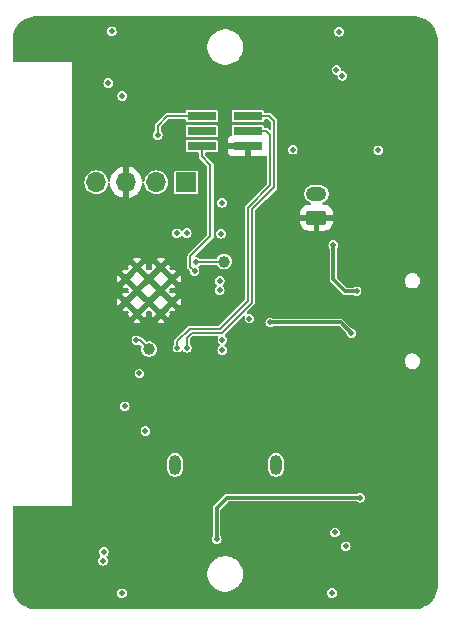
<source format=gbr>
%TF.GenerationSoftware,KiCad,Pcbnew,8.0.2*%
%TF.CreationDate,2024-08-19T18:08:16-05:00*%
%TF.ProjectId,tank,74616e6b-2e6b-4696-9361-645f70636258,rev?*%
%TF.SameCoordinates,Original*%
%TF.FileFunction,Copper,L4,Bot*%
%TF.FilePolarity,Positive*%
%FSLAX46Y46*%
G04 Gerber Fmt 4.6, Leading zero omitted, Abs format (unit mm)*
G04 Created by KiCad (PCBNEW 8.0.2) date 2024-08-19 18:08:16*
%MOMM*%
%LPD*%
G01*
G04 APERTURE LIST*
G04 Aperture macros list*
%AMRoundRect*
0 Rectangle with rounded corners*
0 $1 Rounding radius*
0 $2 $3 $4 $5 $6 $7 $8 $9 X,Y pos of 4 corners*
0 Add a 4 corners polygon primitive as box body*
4,1,4,$2,$3,$4,$5,$6,$7,$8,$9,$2,$3,0*
0 Add four circle primitives for the rounded corners*
1,1,$1+$1,$2,$3*
1,1,$1+$1,$4,$5*
1,1,$1+$1,$6,$7*
1,1,$1+$1,$8,$9*
0 Add four rect primitives between the rounded corners*
20,1,$1+$1,$2,$3,$4,$5,0*
20,1,$1+$1,$4,$5,$6,$7,0*
20,1,$1+$1,$6,$7,$8,$9,0*
20,1,$1+$1,$8,$9,$2,$3,0*%
G04 Aperture macros list end*
%TA.AperFunction,SMDPad,CuDef*%
%ADD10R,2.400000X0.740000*%
%TD*%
%TA.AperFunction,SMDPad,CuDef*%
%ADD11C,1.000000*%
%TD*%
%TA.AperFunction,ComponentPad*%
%ADD12R,1.700000X1.700000*%
%TD*%
%TA.AperFunction,ComponentPad*%
%ADD13O,1.700000X1.700000*%
%TD*%
%TA.AperFunction,ComponentPad*%
%ADD14C,0.508000*%
%TD*%
%TA.AperFunction,ComponentPad*%
%ADD15O,1.000000X1.700000*%
%TD*%
%TA.AperFunction,ComponentPad*%
%ADD16RoundRect,0.250000X0.625000X-0.350000X0.625000X0.350000X-0.625000X0.350000X-0.625000X-0.350000X0*%
%TD*%
%TA.AperFunction,ComponentPad*%
%ADD17O,1.750000X1.200000*%
%TD*%
%TA.AperFunction,ViaPad*%
%ADD18C,0.508000*%
%TD*%
%TA.AperFunction,Conductor*%
%ADD19C,0.304800*%
%TD*%
%TA.AperFunction,Conductor*%
%ADD20C,0.203200*%
%TD*%
G04 APERTURE END LIST*
D10*
%TO.P,J9,1,Pin_1*%
%TO.N,/SDA*%
X186805400Y-95224600D03*
%TO.P,J9,2,Pin_2*%
%TO.N,+3V3*%
X182905400Y-95224600D03*
%TO.P,J9,3,Pin_3*%
%TO.N,/SCL*%
X186805400Y-96494600D03*
%TO.P,J9,4,Pin_4*%
%TO.N,/OPT_INT*%
X182905400Y-96494600D03*
%TO.P,J9,5,Pin_5*%
%TO.N,GND*%
X186805400Y-97764600D03*
%TO.P,J9,6,Pin_6*%
%TO.N,/HAL_OUT*%
X182905400Y-97764600D03*
%TD*%
D11*
%TO.P,TP1,1,1*%
%TO.N,Net-(U5-IO3)*%
X178435000Y-114960400D03*
%TD*%
D12*
%TO.P,J11,1,Pin_1*%
%TO.N,/U0RXD*%
X181584600Y-100838000D03*
D13*
%TO.P,J11,2,Pin_2*%
%TO.N,/U0TXD*%
X179044600Y-100838000D03*
%TO.P,J11,3,Pin_3*%
%TO.N,GND*%
X176504600Y-100838000D03*
%TO.P,J11,4,Pin_4*%
%TO.N,+3V3*%
X173964600Y-100838000D03*
%TD*%
D14*
%TO.P,U5,49,EPAD*%
%TO.N,GND*%
X177445300Y-111970000D03*
X179420300Y-111970000D03*
X176457800Y-110982500D03*
X178432800Y-110982500D03*
X180407800Y-110982500D03*
X177445300Y-109995000D03*
X179420300Y-109995000D03*
X176457800Y-109007500D03*
X178432800Y-109007500D03*
X180407800Y-109007500D03*
X177445300Y-108020000D03*
X179420300Y-108020000D03*
%TD*%
D15*
%TO.P,P1,S1,SHIELD*%
%TO.N,Net-(P1-SHIELD)*%
X180642000Y-124750600D03*
%TO.P,P1,S2*%
%TO.N,N/C*%
X189182000Y-124750600D03*
%TD*%
D16*
%TO.P,J12,1,Pin_1*%
%TO.N,GND*%
X192617000Y-103819200D03*
D17*
%TO.P,J12,2,Pin_2*%
%TO.N,LIPO+*%
X192617000Y-101819200D03*
%TD*%
D11*
%TO.P,TP6,1,1*%
%TO.N,Net-(U5-IO11)*%
X184785000Y-107543600D03*
%TD*%
D18*
%TO.N,/CHRGR+*%
X195580000Y-113614200D03*
X188696600Y-112699800D03*
%TO.N,Net-(U5-IO3)*%
X177368200Y-114198400D03*
%TO.N,+3V3*%
X179171600Y-96824800D03*
%TO.N,GND*%
X194691000Y-107213400D03*
X195732400Y-126542800D03*
X190652400Y-130454400D03*
X181432200Y-126161800D03*
X187655200Y-126060200D03*
X185623200Y-116992400D03*
X187706000Y-112369600D03*
X189153800Y-108051600D03*
X172466000Y-117119400D03*
X172466000Y-124104400D03*
X177266600Y-128625600D03*
X168656000Y-134213600D03*
X175564800Y-133604000D03*
X182803800Y-134010400D03*
X186182000Y-130225800D03*
X200710800Y-134137400D03*
X199669400Y-131419600D03*
X193522600Y-133324600D03*
X190906400Y-126771400D03*
X193141600Y-121259600D03*
X193751200Y-117627400D03*
X200075800Y-97078800D03*
X198755000Y-104419400D03*
X200787000Y-106349800D03*
X190525400Y-106781600D03*
X184531000Y-103606600D03*
X187172600Y-99339400D03*
X184175400Y-93167200D03*
X172059600Y-89433400D03*
X177800000Y-96393000D03*
X176657000Y-88823800D03*
X177876200Y-87274400D03*
X193802000Y-90220800D03*
X201295000Y-89890600D03*
%TO.N,+3V3*%
X197840600Y-98120200D03*
X186944000Y-112369600D03*
X178130200Y-121894600D03*
%TO.N,RAW*%
X196011800Y-110058200D03*
X194030600Y-106146600D03*
%TO.N,Net-(U5-IO26)*%
X181635400Y-105130600D03*
%TO.N,Net-(U5-IO27)*%
X180797200Y-105156000D03*
%TO.N,Net-(U5-IO26)*%
X193929000Y-135610600D03*
%TO.N,/ADC_BATT*%
X190601600Y-98069400D03*
%TO.N,Net-(U5-IO25)*%
X184607200Y-102565200D03*
%TO.N,MOTOR_1_IN1*%
X184429400Y-109982000D03*
%TO.N,MOTOR_1_IN2*%
X184429400Y-109194600D03*
%TO.N,MOTOR_0_IN1*%
X184632600Y-115036600D03*
%TO.N,MOTOR_0_IN2*%
X184658000Y-114173000D03*
%TO.N,/SDA*%
X181635400Y-114833400D03*
%TO.N,/SCL*%
X180848000Y-114833400D03*
%TO.N,Net-(U5-IO11)*%
X182448200Y-107594400D03*
%TO.N,/HAL_OUT*%
X182295800Y-108356400D03*
%TO.N,RAW*%
X184175400Y-131064000D03*
X196316600Y-127533400D03*
%TO.N,Net-(U5-IO22)*%
X184531000Y-105181400D03*
%TO.N,/ADC_BATT*%
X177622200Y-117017800D03*
%TO.N,+3V3*%
X176377600Y-119786400D03*
%TO.N,MOTOR_1_IN1*%
X195097400Y-131648200D03*
%TO.N,MOTOR_1_IN2*%
X194183000Y-130479800D03*
%TO.N,MOTOR_0_IN2*%
X174548800Y-132867400D03*
%TO.N,MOTOR_0_IN1*%
X174599600Y-132130800D03*
%TO.N,Net-(U5-IO27)*%
X176149000Y-135636000D03*
%TO.N,MOTOR_1_IN1*%
X194818000Y-91821000D03*
%TO.N,MOTOR_1_IN2*%
X194310000Y-91313000D03*
%TO.N,Net-(U5-IO25)*%
X194513200Y-88087200D03*
%TO.N,MOTOR_0_IN2*%
X176174400Y-93522800D03*
%TO.N,MOTOR_0_IN1*%
X174980600Y-92430600D03*
%TO.N,Net-(U5-IO22)*%
X175285400Y-88036400D03*
%TD*%
D19*
%TO.N,/CHRGR+*%
X194665600Y-112699800D02*
X188696600Y-112699800D01*
X195580000Y-113614200D02*
X194665600Y-112699800D01*
D20*
%TO.N,Net-(U5-IO3)*%
X177673000Y-114198400D02*
X178435000Y-114960400D01*
X177368200Y-114198400D02*
X177673000Y-114198400D01*
%TO.N,+3V3*%
X179171600Y-96037400D02*
X179171600Y-96824800D01*
X179984400Y-95224600D02*
X179171600Y-96037400D01*
X182905400Y-95224600D02*
X179984400Y-95224600D01*
D19*
%TO.N,RAW*%
X195046600Y-110058200D02*
X194030600Y-109042200D01*
X196011800Y-110058200D02*
X195046600Y-110058200D01*
X194030600Y-109042200D02*
X194030600Y-106146600D01*
D20*
%TO.N,/SDA*%
X188620400Y-95224600D02*
X186805400Y-95224600D01*
X189026800Y-101239294D02*
X189026800Y-95631000D01*
X187147200Y-111018294D02*
X187147200Y-103118894D01*
X184576694Y-113588800D02*
X187147200Y-111018294D01*
X181635400Y-113990094D02*
X182036694Y-113588800D01*
X182036694Y-113588800D02*
X184576694Y-113588800D01*
X187147200Y-103118894D02*
X189026800Y-101239294D01*
X189026800Y-95631000D02*
X188620400Y-95224600D01*
X181635400Y-114833400D02*
X181635400Y-113990094D01*
%TO.N,/SCL*%
X180848000Y-114274600D02*
X180848000Y-114833400D01*
X181889400Y-113233200D02*
X180848000Y-114274600D01*
X186791600Y-110871000D02*
X184429400Y-113233200D01*
X184429400Y-113233200D02*
X181889400Y-113233200D01*
X186791600Y-102971600D02*
X186791600Y-110871000D01*
X188671200Y-101092000D02*
X186791600Y-102971600D01*
X188341000Y-96494600D02*
X188671200Y-96824800D01*
X188671200Y-96824800D02*
X188671200Y-101092000D01*
X186805400Y-96494600D02*
X188341000Y-96494600D01*
%TO.N,Net-(U5-IO11)*%
X182854600Y-107543600D02*
X184785000Y-107543600D01*
X182803800Y-107594400D02*
X182854600Y-107543600D01*
X182448200Y-107594400D02*
X182803800Y-107594400D01*
%TO.N,/HAL_OUT*%
X183642000Y-105410000D02*
X183642000Y-99339400D01*
X181940200Y-107111800D02*
X183642000Y-105410000D01*
X181940200Y-108000800D02*
X181940200Y-107111800D01*
X182905400Y-98602800D02*
X182905400Y-97764600D01*
X182295800Y-108356400D02*
X181940200Y-108000800D01*
X183642000Y-99339400D02*
X182905400Y-98602800D01*
D19*
%TO.N,RAW*%
X184175400Y-128371600D02*
X184175400Y-131064000D01*
X185013600Y-127533400D02*
X184175400Y-128371600D01*
X196316600Y-127533400D02*
X185013600Y-127533400D01*
%TD*%
%TA.AperFunction,Conductor*%
%TO.N,GND*%
G36*
X200881696Y-86783016D02*
G01*
X200885142Y-86783077D01*
X201017378Y-86785435D01*
X201029879Y-86786442D01*
X201299352Y-86825186D01*
X201313378Y-86828237D01*
X201573717Y-86904679D01*
X201587162Y-86909694D01*
X201833982Y-87022413D01*
X201846569Y-87029286D01*
X202074832Y-87175982D01*
X202086319Y-87184581D01*
X202291389Y-87362274D01*
X202301525Y-87372410D01*
X202479216Y-87577477D01*
X202487817Y-87588967D01*
X202634510Y-87817225D01*
X202641389Y-87829823D01*
X202754104Y-88076635D01*
X202759120Y-88090084D01*
X202835562Y-88350422D01*
X202838613Y-88364447D01*
X202877356Y-88633908D01*
X202878364Y-88646431D01*
X202880784Y-88782102D01*
X202880800Y-88783896D01*
X202880800Y-134984103D01*
X202880784Y-134985897D01*
X202878364Y-135121568D01*
X202877356Y-135134091D01*
X202838613Y-135403552D01*
X202835562Y-135417577D01*
X202759120Y-135677915D01*
X202754104Y-135691364D01*
X202641389Y-135938176D01*
X202634510Y-135950774D01*
X202487817Y-136179032D01*
X202479216Y-136190522D01*
X202301532Y-136395582D01*
X202291382Y-136405732D01*
X202086322Y-136583416D01*
X202074832Y-136592017D01*
X201846574Y-136738710D01*
X201833976Y-136745589D01*
X201587164Y-136858304D01*
X201573715Y-136863320D01*
X201313377Y-136939762D01*
X201299352Y-136942813D01*
X201029891Y-136981556D01*
X201017368Y-136982564D01*
X200881697Y-136984984D01*
X200879903Y-136985000D01*
X168881695Y-136985000D01*
X168879901Y-136984984D01*
X168744230Y-136982564D01*
X168731707Y-136981556D01*
X168462246Y-136942813D01*
X168448221Y-136939762D01*
X168187883Y-136863320D01*
X168174434Y-136858304D01*
X167927622Y-136745589D01*
X167915024Y-136738710D01*
X167686767Y-136592017D01*
X167675277Y-136583416D01*
X167470210Y-136405725D01*
X167460074Y-136395589D01*
X167282381Y-136190519D01*
X167273782Y-136179032D01*
X167127086Y-135950770D01*
X167120213Y-135938183D01*
X167007494Y-135691363D01*
X167002479Y-135677916D01*
X166990170Y-135635997D01*
X175737028Y-135635997D01*
X175737028Y-135636002D01*
X175757190Y-135763303D01*
X175757191Y-135763306D01*
X175815708Y-135878151D01*
X175906849Y-135969292D01*
X176021694Y-136027809D01*
X176072616Y-136035874D01*
X176148997Y-136047972D01*
X176149000Y-136047972D01*
X176149003Y-136047972D01*
X176212653Y-136037890D01*
X176276306Y-136027809D01*
X176391151Y-135969292D01*
X176482292Y-135878151D01*
X176540809Y-135763306D01*
X176560972Y-135636000D01*
X176556949Y-135610602D01*
X176556948Y-135610597D01*
X193517028Y-135610597D01*
X193517028Y-135610602D01*
X193537190Y-135737903D01*
X193537191Y-135737906D01*
X193550131Y-135763303D01*
X193595708Y-135852751D01*
X193686849Y-135943892D01*
X193801694Y-136002409D01*
X193852616Y-136010474D01*
X193928997Y-136022572D01*
X193929000Y-136022572D01*
X193929003Y-136022572D01*
X193992653Y-136012490D01*
X194056306Y-136002409D01*
X194171151Y-135943892D01*
X194262292Y-135852751D01*
X194320809Y-135737906D01*
X194340972Y-135610600D01*
X194320809Y-135483294D01*
X194262292Y-135368449D01*
X194171151Y-135277308D01*
X194171150Y-135277307D01*
X194056306Y-135218791D01*
X194056303Y-135218790D01*
X193929003Y-135198628D01*
X193928997Y-135198628D01*
X193801696Y-135218790D01*
X193801693Y-135218791D01*
X193686849Y-135277307D01*
X193595707Y-135368449D01*
X193537191Y-135483293D01*
X193537190Y-135483296D01*
X193517028Y-135610597D01*
X176556948Y-135610597D01*
X176540809Y-135508696D01*
X176540809Y-135508694D01*
X176482292Y-135393849D01*
X176391151Y-135302708D01*
X176391150Y-135302707D01*
X176276306Y-135244191D01*
X176276303Y-135244190D01*
X176149003Y-135224028D01*
X176148997Y-135224028D01*
X176021696Y-135244190D01*
X176021693Y-135244191D01*
X175906849Y-135302707D01*
X175815707Y-135393849D01*
X175757191Y-135508693D01*
X175757190Y-135508696D01*
X175737028Y-135635997D01*
X166990170Y-135635997D01*
X166946685Y-135487899D01*
X166926037Y-135417578D01*
X166922986Y-135403553D01*
X166917939Y-135368449D01*
X166884242Y-135134080D01*
X166883235Y-135121579D01*
X166880816Y-134985897D01*
X166880800Y-134984105D01*
X166880800Y-133866714D01*
X183383700Y-133866714D01*
X183383700Y-134103285D01*
X183420706Y-134336925D01*
X183420709Y-134336939D01*
X183493807Y-134561913D01*
X183601200Y-134772682D01*
X183601205Y-134772691D01*
X183670728Y-134868382D01*
X183740250Y-134964071D01*
X183740252Y-134964073D01*
X183907527Y-135131348D01*
X184098909Y-135270395D01*
X184126340Y-135284372D01*
X184309686Y-135377792D01*
X184534660Y-135450890D01*
X184534662Y-135450890D01*
X184534670Y-135450893D01*
X184768314Y-135487899D01*
X184768316Y-135487900D01*
X184768319Y-135487900D01*
X185004884Y-135487900D01*
X185004884Y-135487899D01*
X185238530Y-135450893D01*
X185463513Y-135377792D01*
X185674291Y-135270395D01*
X185865673Y-135131348D01*
X186032948Y-134964073D01*
X186171995Y-134772691D01*
X186279392Y-134561913D01*
X186352493Y-134336930D01*
X186389500Y-134103281D01*
X186389500Y-133866719D01*
X186389500Y-133866715D01*
X186389499Y-133866714D01*
X186352493Y-133633070D01*
X186279392Y-133408087D01*
X186279392Y-133408086D01*
X186171999Y-133197317D01*
X186171995Y-133197309D01*
X186032948Y-133005927D01*
X185865673Y-132838652D01*
X185865671Y-132838650D01*
X185730018Y-132740093D01*
X185674291Y-132699605D01*
X185674285Y-132699602D01*
X185674282Y-132699600D01*
X185463513Y-132592207D01*
X185238539Y-132519109D01*
X185238525Y-132519106D01*
X185004885Y-132482100D01*
X185004881Y-132482100D01*
X184768319Y-132482100D01*
X184768315Y-132482100D01*
X184534674Y-132519106D01*
X184534660Y-132519109D01*
X184309686Y-132592207D01*
X184098917Y-132699600D01*
X184098906Y-132699607D01*
X183907528Y-132838650D01*
X183740250Y-133005928D01*
X183601207Y-133197306D01*
X183601200Y-133197317D01*
X183493807Y-133408086D01*
X183420709Y-133633060D01*
X183420706Y-133633074D01*
X183383700Y-133866714D01*
X166880800Y-133866714D01*
X166880800Y-132867397D01*
X174136828Y-132867397D01*
X174136828Y-132867402D01*
X174156990Y-132994703D01*
X174156991Y-132994706D01*
X174215508Y-133109551D01*
X174306649Y-133200692D01*
X174421494Y-133259209D01*
X174472416Y-133267274D01*
X174548797Y-133279372D01*
X174548800Y-133279372D01*
X174548803Y-133279372D01*
X174612453Y-133269290D01*
X174676106Y-133259209D01*
X174790951Y-133200692D01*
X174882092Y-133109551D01*
X174940609Y-132994706D01*
X174960772Y-132867400D01*
X174940609Y-132740094D01*
X174882092Y-132625249D01*
X174852476Y-132595633D01*
X174824251Y-132540239D01*
X174833976Y-132478830D01*
X174852474Y-132453368D01*
X174932892Y-132372951D01*
X174991409Y-132258106D01*
X175011572Y-132130800D01*
X174991409Y-132003494D01*
X174932892Y-131888649D01*
X174841751Y-131797508D01*
X174841750Y-131797507D01*
X174726906Y-131738991D01*
X174726903Y-131738990D01*
X174599603Y-131718828D01*
X174599597Y-131718828D01*
X174472296Y-131738990D01*
X174472293Y-131738991D01*
X174357449Y-131797507D01*
X174266307Y-131888649D01*
X174207791Y-132003493D01*
X174207790Y-132003496D01*
X174187628Y-132130797D01*
X174187628Y-132130802D01*
X174207790Y-132258103D01*
X174207791Y-132258106D01*
X174266307Y-132372950D01*
X174295922Y-132402565D01*
X174324148Y-132457963D01*
X174314422Y-132519371D01*
X174295922Y-132544835D01*
X174215507Y-132625249D01*
X174156991Y-132740093D01*
X174156990Y-132740096D01*
X174136828Y-132867397D01*
X166880800Y-132867397D01*
X166880800Y-131648197D01*
X194685428Y-131648197D01*
X194685428Y-131648202D01*
X194705590Y-131775503D01*
X194705591Y-131775506D01*
X194763240Y-131888649D01*
X194764108Y-131890351D01*
X194855249Y-131981492D01*
X194970094Y-132040009D01*
X195021016Y-132048074D01*
X195097397Y-132060172D01*
X195097400Y-132060172D01*
X195097403Y-132060172D01*
X195161053Y-132050090D01*
X195224706Y-132040009D01*
X195339551Y-131981492D01*
X195430692Y-131890351D01*
X195489209Y-131775506D01*
X195509372Y-131648200D01*
X195489209Y-131520894D01*
X195430692Y-131406049D01*
X195339551Y-131314908D01*
X195339550Y-131314907D01*
X195224706Y-131256391D01*
X195224703Y-131256390D01*
X195097403Y-131236228D01*
X195097397Y-131236228D01*
X194970096Y-131256390D01*
X194970093Y-131256391D01*
X194855249Y-131314907D01*
X194764107Y-131406049D01*
X194705591Y-131520893D01*
X194705590Y-131520896D01*
X194685428Y-131648197D01*
X166880800Y-131648197D01*
X166880800Y-131063997D01*
X183763428Y-131063997D01*
X183763428Y-131064002D01*
X183783590Y-131191303D01*
X183783591Y-131191306D01*
X183816753Y-131256391D01*
X183842108Y-131306151D01*
X183933249Y-131397292D01*
X184048094Y-131455809D01*
X184099016Y-131463874D01*
X184175397Y-131475972D01*
X184175400Y-131475972D01*
X184175403Y-131475972D01*
X184239053Y-131465890D01*
X184302706Y-131455809D01*
X184417551Y-131397292D01*
X184508692Y-131306151D01*
X184567209Y-131191306D01*
X184587372Y-131064000D01*
X184567209Y-130936694D01*
X184508692Y-130821849D01*
X184508691Y-130821847D01*
X184504039Y-130815444D01*
X184505580Y-130814324D01*
X184481939Y-130767924D01*
X184480700Y-130752187D01*
X184480700Y-130479797D01*
X193771028Y-130479797D01*
X193771028Y-130479802D01*
X193791190Y-130607103D01*
X193791191Y-130607106D01*
X193849708Y-130721951D01*
X193940849Y-130813092D01*
X194055694Y-130871609D01*
X194106616Y-130879674D01*
X194182997Y-130891772D01*
X194183000Y-130891772D01*
X194183003Y-130891772D01*
X194246653Y-130881690D01*
X194310306Y-130871609D01*
X194425151Y-130813092D01*
X194516292Y-130721951D01*
X194574809Y-130607106D01*
X194594972Y-130479800D01*
X194574809Y-130352494D01*
X194516292Y-130237649D01*
X194425151Y-130146508D01*
X194425150Y-130146507D01*
X194310306Y-130087991D01*
X194310303Y-130087990D01*
X194183003Y-130067828D01*
X194182997Y-130067828D01*
X194055696Y-130087990D01*
X194055693Y-130087991D01*
X193940849Y-130146507D01*
X193849707Y-130237649D01*
X193791191Y-130352493D01*
X193791190Y-130352496D01*
X193771028Y-130479797D01*
X184480700Y-130479797D01*
X184480700Y-128539729D01*
X184499913Y-128480598D01*
X184510165Y-128468594D01*
X185110595Y-127868165D01*
X185165993Y-127839939D01*
X185181730Y-127838700D01*
X196004787Y-127838700D01*
X196063918Y-127857913D01*
X196072767Y-127865471D01*
X196074447Y-127866691D01*
X196074449Y-127866692D01*
X196189294Y-127925209D01*
X196240216Y-127933274D01*
X196316597Y-127945372D01*
X196316600Y-127945372D01*
X196316603Y-127945372D01*
X196380253Y-127935290D01*
X196443906Y-127925209D01*
X196558751Y-127866692D01*
X196649892Y-127775551D01*
X196708409Y-127660706D01*
X196728572Y-127533400D01*
X196708409Y-127406094D01*
X196649892Y-127291249D01*
X196558751Y-127200108D01*
X196558750Y-127200107D01*
X196443906Y-127141591D01*
X196443903Y-127141590D01*
X196316603Y-127121428D01*
X196316597Y-127121428D01*
X196189296Y-127141590D01*
X196189293Y-127141591D01*
X196074447Y-127200108D01*
X196068044Y-127204761D01*
X196066924Y-127203219D01*
X196020524Y-127226861D01*
X196004787Y-127228100D01*
X184973402Y-127228100D01*
X184895765Y-127248903D01*
X184895756Y-127248907D01*
X184826143Y-127289096D01*
X184826142Y-127289097D01*
X183931100Y-128184141D01*
X183931098Y-128184143D01*
X183895963Y-128245000D01*
X183895962Y-128245001D01*
X183890907Y-128253754D01*
X183870100Y-128331404D01*
X183870100Y-130752187D01*
X183850887Y-130811318D01*
X183843328Y-130820167D01*
X183842108Y-130821847D01*
X183783591Y-130936693D01*
X183783590Y-130936696D01*
X183763428Y-131063997D01*
X166880800Y-131063997D01*
X166880800Y-128345600D01*
X166900013Y-128286469D01*
X166950313Y-128249924D01*
X166981400Y-128245000D01*
X171902800Y-128245000D01*
X171902800Y-124336295D01*
X179989100Y-124336295D01*
X179989100Y-125164905D01*
X180014191Y-125291044D01*
X180063408Y-125409864D01*
X180099375Y-125463692D01*
X180134858Y-125516797D01*
X180134860Y-125516799D01*
X180225801Y-125607740D01*
X180332736Y-125679192D01*
X180451556Y-125728409D01*
X180577695Y-125753500D01*
X180577696Y-125753500D01*
X180706304Y-125753500D01*
X180706305Y-125753500D01*
X180832444Y-125728409D01*
X180951264Y-125679192D01*
X181058199Y-125607740D01*
X181149140Y-125516799D01*
X181220592Y-125409864D01*
X181269809Y-125291044D01*
X181294900Y-125164905D01*
X181294900Y-124336295D01*
X188529100Y-124336295D01*
X188529100Y-125164905D01*
X188554191Y-125291044D01*
X188603408Y-125409864D01*
X188639375Y-125463692D01*
X188674858Y-125516797D01*
X188674860Y-125516799D01*
X188765801Y-125607740D01*
X188872736Y-125679192D01*
X188991556Y-125728409D01*
X189117695Y-125753500D01*
X189117696Y-125753500D01*
X189246304Y-125753500D01*
X189246305Y-125753500D01*
X189372444Y-125728409D01*
X189491264Y-125679192D01*
X189598199Y-125607740D01*
X189689140Y-125516799D01*
X189760592Y-125409864D01*
X189809809Y-125291044D01*
X189834900Y-125164905D01*
X189834900Y-124336295D01*
X189809809Y-124210156D01*
X189760592Y-124091336D01*
X189689140Y-123984401D01*
X189598199Y-123893460D01*
X189598197Y-123893458D01*
X189545092Y-123857975D01*
X189491264Y-123822008D01*
X189491261Y-123822006D01*
X189491260Y-123822006D01*
X189372445Y-123772791D01*
X189309374Y-123760245D01*
X189246305Y-123747700D01*
X189117695Y-123747700D01*
X189075648Y-123756063D01*
X188991554Y-123772791D01*
X188872739Y-123822006D01*
X188765802Y-123893458D01*
X188765801Y-123893460D01*
X188674860Y-123984401D01*
X188674858Y-123984402D01*
X188603406Y-124091339D01*
X188554191Y-124210154D01*
X188554191Y-124210156D01*
X188529100Y-124336295D01*
X181294900Y-124336295D01*
X181269809Y-124210156D01*
X181220592Y-124091336D01*
X181149140Y-123984401D01*
X181058199Y-123893460D01*
X181058197Y-123893458D01*
X181005092Y-123857975D01*
X180951264Y-123822008D01*
X180951261Y-123822006D01*
X180951260Y-123822006D01*
X180832445Y-123772791D01*
X180769374Y-123760245D01*
X180706305Y-123747700D01*
X180577695Y-123747700D01*
X180535648Y-123756063D01*
X180451554Y-123772791D01*
X180332739Y-123822006D01*
X180225802Y-123893458D01*
X180225801Y-123893460D01*
X180134860Y-123984401D01*
X180134858Y-123984402D01*
X180063406Y-124091339D01*
X180014191Y-124210154D01*
X180014191Y-124210156D01*
X179989100Y-124336295D01*
X171902800Y-124336295D01*
X171902800Y-121894597D01*
X177718228Y-121894597D01*
X177718228Y-121894602D01*
X177738390Y-122021903D01*
X177738391Y-122021906D01*
X177796908Y-122136751D01*
X177888049Y-122227892D01*
X178002894Y-122286409D01*
X178053816Y-122294474D01*
X178130197Y-122306572D01*
X178130200Y-122306572D01*
X178130203Y-122306572D01*
X178193853Y-122296490D01*
X178257506Y-122286409D01*
X178372351Y-122227892D01*
X178463492Y-122136751D01*
X178522009Y-122021906D01*
X178542172Y-121894600D01*
X178522009Y-121767294D01*
X178463492Y-121652449D01*
X178372351Y-121561308D01*
X178372350Y-121561307D01*
X178257506Y-121502791D01*
X178257503Y-121502790D01*
X178130203Y-121482628D01*
X178130197Y-121482628D01*
X178002896Y-121502790D01*
X178002893Y-121502791D01*
X177888049Y-121561307D01*
X177796907Y-121652449D01*
X177738391Y-121767293D01*
X177738390Y-121767296D01*
X177718228Y-121894597D01*
X171902800Y-121894597D01*
X171902800Y-119786397D01*
X175965628Y-119786397D01*
X175965628Y-119786402D01*
X175985790Y-119913703D01*
X175985791Y-119913706D01*
X176044308Y-120028551D01*
X176135449Y-120119692D01*
X176250294Y-120178209D01*
X176301216Y-120186274D01*
X176377597Y-120198372D01*
X176377600Y-120198372D01*
X176377603Y-120198372D01*
X176441253Y-120188290D01*
X176504906Y-120178209D01*
X176619751Y-120119692D01*
X176710892Y-120028551D01*
X176769409Y-119913706D01*
X176789572Y-119786400D01*
X176769409Y-119659094D01*
X176710892Y-119544249D01*
X176619751Y-119453108D01*
X176619750Y-119453107D01*
X176504906Y-119394591D01*
X176504903Y-119394590D01*
X176377603Y-119374428D01*
X176377597Y-119374428D01*
X176250296Y-119394590D01*
X176250293Y-119394591D01*
X176135449Y-119453107D01*
X176044307Y-119544249D01*
X175985791Y-119659093D01*
X175985790Y-119659096D01*
X175965628Y-119786397D01*
X171902800Y-119786397D01*
X171902800Y-117017797D01*
X177210228Y-117017797D01*
X177210228Y-117017802D01*
X177230390Y-117145103D01*
X177230391Y-117145106D01*
X177288908Y-117259951D01*
X177380049Y-117351092D01*
X177494894Y-117409609D01*
X177545816Y-117417674D01*
X177622197Y-117429772D01*
X177622200Y-117429772D01*
X177622203Y-117429772D01*
X177685853Y-117419690D01*
X177749506Y-117409609D01*
X177864351Y-117351092D01*
X177955492Y-117259951D01*
X178014009Y-117145106D01*
X178034172Y-117017800D01*
X178014009Y-116890494D01*
X177955492Y-116775649D01*
X177864351Y-116684508D01*
X177864350Y-116684507D01*
X177749506Y-116625991D01*
X177749503Y-116625990D01*
X177622203Y-116605828D01*
X177622197Y-116605828D01*
X177494896Y-116625990D01*
X177494893Y-116625991D01*
X177380049Y-116684507D01*
X177288907Y-116775649D01*
X177230391Y-116890493D01*
X177230390Y-116890496D01*
X177210228Y-117017797D01*
X171902800Y-117017797D01*
X171902800Y-115908495D01*
X200083300Y-115908495D01*
X200083300Y-116037105D01*
X200108391Y-116163244D01*
X200157608Y-116282064D01*
X200193575Y-116335892D01*
X200229058Y-116388997D01*
X200229060Y-116388999D01*
X200320001Y-116479940D01*
X200426936Y-116551392D01*
X200545756Y-116600609D01*
X200671895Y-116625700D01*
X200671896Y-116625700D01*
X200800504Y-116625700D01*
X200800505Y-116625700D01*
X200926644Y-116600609D01*
X201045464Y-116551392D01*
X201152399Y-116479940D01*
X201243340Y-116388999D01*
X201314792Y-116282064D01*
X201364009Y-116163244D01*
X201389100Y-116037105D01*
X201389100Y-115908495D01*
X201364009Y-115782356D01*
X201314792Y-115663536D01*
X201243340Y-115556601D01*
X201152399Y-115465660D01*
X201152397Y-115465658D01*
X201096648Y-115428408D01*
X201045464Y-115394208D01*
X201045461Y-115394206D01*
X201045460Y-115394206D01*
X200926645Y-115344991D01*
X200863574Y-115332445D01*
X200800505Y-115319900D01*
X200671895Y-115319900D01*
X200629848Y-115328263D01*
X200545754Y-115344991D01*
X200426939Y-115394206D01*
X200320002Y-115465658D01*
X200320001Y-115465660D01*
X200229060Y-115556601D01*
X200229058Y-115556602D01*
X200157606Y-115663539D01*
X200108391Y-115782354D01*
X200108391Y-115782356D01*
X200083300Y-115908495D01*
X171902800Y-115908495D01*
X171902800Y-114198397D01*
X176956228Y-114198397D01*
X176956228Y-114198402D01*
X176976390Y-114325703D01*
X176976391Y-114325706D01*
X177004064Y-114380018D01*
X177034908Y-114440551D01*
X177126049Y-114531692D01*
X177240894Y-114590209D01*
X177291816Y-114598274D01*
X177368197Y-114610372D01*
X177368200Y-114610372D01*
X177368203Y-114610372D01*
X177431853Y-114600290D01*
X177495506Y-114590209D01*
X177569092Y-114552714D01*
X177630498Y-114542988D01*
X177685896Y-114571214D01*
X177783768Y-114669086D01*
X177811994Y-114724484D01*
X177806697Y-114775892D01*
X177796416Y-114803001D01*
X177792725Y-114833400D01*
X177777305Y-114960400D01*
X177796416Y-115117797D01*
X177852640Y-115266046D01*
X177942708Y-115396532D01*
X178061387Y-115501672D01*
X178201778Y-115575356D01*
X178355724Y-115613300D01*
X178355728Y-115613300D01*
X178514272Y-115613300D01*
X178514276Y-115613300D01*
X178668222Y-115575356D01*
X178808613Y-115501672D01*
X178927292Y-115396532D01*
X179017360Y-115266046D01*
X179073584Y-115117797D01*
X179092695Y-114960400D01*
X179077274Y-114833397D01*
X180436028Y-114833397D01*
X180436028Y-114833402D01*
X180456190Y-114960703D01*
X180456191Y-114960706D01*
X180505791Y-115058052D01*
X180514708Y-115075551D01*
X180605849Y-115166692D01*
X180720694Y-115225209D01*
X180771616Y-115233274D01*
X180847997Y-115245372D01*
X180848000Y-115245372D01*
X180848003Y-115245372D01*
X180911653Y-115235290D01*
X180975306Y-115225209D01*
X181090151Y-115166692D01*
X181170565Y-115086278D01*
X181225963Y-115058052D01*
X181287371Y-115067778D01*
X181312835Y-115086278D01*
X181393249Y-115166692D01*
X181508094Y-115225209D01*
X181559016Y-115233274D01*
X181635397Y-115245372D01*
X181635400Y-115245372D01*
X181635403Y-115245372D01*
X181699053Y-115235290D01*
X181762706Y-115225209D01*
X181877551Y-115166692D01*
X181968692Y-115075551D01*
X182027209Y-114960706D01*
X182047372Y-114833400D01*
X182042557Y-114803001D01*
X182035274Y-114757016D01*
X182027209Y-114706094D01*
X181968692Y-114591249D01*
X181919365Y-114541922D01*
X181891139Y-114486524D01*
X181889900Y-114470787D01*
X181889900Y-114137181D01*
X181909113Y-114078050D01*
X181919365Y-114066046D01*
X182112646Y-113872765D01*
X182168044Y-113844539D01*
X182183781Y-113843300D01*
X184205152Y-113843300D01*
X184264283Y-113862513D01*
X184300828Y-113912813D01*
X184300828Y-113974987D01*
X184294787Y-113989572D01*
X184266190Y-114045693D01*
X184266190Y-114045696D01*
X184246028Y-114172997D01*
X184246028Y-114173002D01*
X184266190Y-114300303D01*
X184266191Y-114300306D01*
X184306806Y-114380018D01*
X184324708Y-114415151D01*
X184415849Y-114506292D01*
X184420558Y-114508691D01*
X184464523Y-114552653D01*
X184474252Y-114614061D01*
X184446028Y-114669460D01*
X184420564Y-114687962D01*
X184390449Y-114703307D01*
X184299307Y-114794449D01*
X184240791Y-114909293D01*
X184240790Y-114909296D01*
X184220628Y-115036597D01*
X184220628Y-115036602D01*
X184240790Y-115163903D01*
X184240791Y-115163906D01*
X184272026Y-115225209D01*
X184299308Y-115278751D01*
X184390449Y-115369892D01*
X184505294Y-115428409D01*
X184556216Y-115436474D01*
X184632597Y-115448572D01*
X184632600Y-115448572D01*
X184632603Y-115448572D01*
X184696253Y-115438490D01*
X184759906Y-115428409D01*
X184874751Y-115369892D01*
X184965892Y-115278751D01*
X185024409Y-115163906D01*
X185039634Y-115067778D01*
X185044572Y-115036602D01*
X185044572Y-115036597D01*
X185024409Y-114909296D01*
X185024409Y-114909294D01*
X184965892Y-114794449D01*
X184874751Y-114703308D01*
X184870037Y-114700906D01*
X184826074Y-114656943D01*
X184816347Y-114595534D01*
X184844574Y-114540137D01*
X184870038Y-114521636D01*
X184900149Y-114506293D01*
X184900148Y-114506293D01*
X184900151Y-114506292D01*
X184991292Y-114415151D01*
X185049809Y-114300306D01*
X185069972Y-114173000D01*
X185049809Y-114045694D01*
X184991292Y-113930849D01*
X184900151Y-113839708D01*
X184881458Y-113830183D01*
X184837496Y-113786221D01*
X184827769Y-113724812D01*
X184855996Y-113669415D01*
X184855996Y-113669414D01*
X186385399Y-112140010D01*
X186440797Y-112111785D01*
X186502205Y-112121511D01*
X186546169Y-112165475D01*
X186555895Y-112226883D01*
X186552212Y-112242228D01*
X186552190Y-112242294D01*
X186532028Y-112369597D01*
X186532028Y-112369602D01*
X186552190Y-112496903D01*
X186552191Y-112496906D01*
X186610708Y-112611751D01*
X186701849Y-112702892D01*
X186816694Y-112761409D01*
X186867616Y-112769474D01*
X186943997Y-112781572D01*
X186944000Y-112781572D01*
X186944003Y-112781572D01*
X187007653Y-112771490D01*
X187071306Y-112761409D01*
X187186151Y-112702892D01*
X187189246Y-112699797D01*
X188284628Y-112699797D01*
X188284628Y-112699802D01*
X188304790Y-112827103D01*
X188304791Y-112827106D01*
X188363308Y-112941951D01*
X188454449Y-113033092D01*
X188569294Y-113091609D01*
X188620216Y-113099674D01*
X188696597Y-113111772D01*
X188696600Y-113111772D01*
X188696603Y-113111772D01*
X188760253Y-113101690D01*
X188823906Y-113091609D01*
X188938751Y-113033092D01*
X188938752Y-113033091D01*
X188945156Y-113028439D01*
X188946275Y-113029980D01*
X188992676Y-113006339D01*
X189008413Y-113005100D01*
X194497471Y-113005100D01*
X194556602Y-113024313D01*
X194568606Y-113034565D01*
X195148638Y-113614598D01*
X195176864Y-113669995D01*
X195188190Y-113741505D01*
X195238228Y-113839708D01*
X195246708Y-113856351D01*
X195337849Y-113947492D01*
X195452694Y-114006009D01*
X195503616Y-114014074D01*
X195579997Y-114026172D01*
X195580000Y-114026172D01*
X195580003Y-114026172D01*
X195643653Y-114016090D01*
X195707306Y-114006009D01*
X195822151Y-113947492D01*
X195913292Y-113856351D01*
X195971809Y-113741506D01*
X195991972Y-113614200D01*
X195971809Y-113486894D01*
X195913292Y-113372049D01*
X195822151Y-113280908D01*
X195822150Y-113280907D01*
X195707305Y-113222390D01*
X195635795Y-113211064D01*
X195580398Y-113182838D01*
X195402660Y-113005100D01*
X194853059Y-112455500D01*
X194818250Y-112435403D01*
X194783442Y-112415306D01*
X194705795Y-112394500D01*
X194705793Y-112394500D01*
X189008413Y-112394500D01*
X188949282Y-112375287D01*
X188940432Y-112367728D01*
X188938752Y-112366508D01*
X188823906Y-112307991D01*
X188823903Y-112307990D01*
X188696603Y-112287828D01*
X188696597Y-112287828D01*
X188569296Y-112307990D01*
X188569293Y-112307991D01*
X188454449Y-112366507D01*
X188363307Y-112457649D01*
X188304791Y-112572493D01*
X188304790Y-112572496D01*
X188284628Y-112699797D01*
X187189246Y-112699797D01*
X187277292Y-112611751D01*
X187335809Y-112496906D01*
X187352028Y-112394500D01*
X187355972Y-112369602D01*
X187355972Y-112369597D01*
X187335809Y-112242296D01*
X187335809Y-112242294D01*
X187277292Y-112127449D01*
X187186151Y-112036308D01*
X187186150Y-112036307D01*
X187071306Y-111977791D01*
X187071303Y-111977790D01*
X186944003Y-111957628D01*
X186943997Y-111957628D01*
X186816690Y-111977790D01*
X186816623Y-111977813D01*
X186816551Y-111977812D01*
X186808874Y-111979029D01*
X186808681Y-111977812D01*
X186754449Y-111977807D01*
X186704152Y-111941258D01*
X186684945Y-111882125D01*
X186704163Y-111822995D01*
X186714402Y-111811007D01*
X187277212Y-111248197D01*
X187277215Y-111248196D01*
X187291362Y-111234049D01*
X187291363Y-111234049D01*
X187362955Y-111162457D01*
X187390351Y-111096314D01*
X187401700Y-111068918D01*
X187401700Y-110967671D01*
X187401700Y-106146597D01*
X193618628Y-106146597D01*
X193618628Y-106146602D01*
X193638790Y-106273903D01*
X193638791Y-106273906D01*
X193697308Y-106388752D01*
X193701961Y-106395156D01*
X193700419Y-106396275D01*
X193724061Y-106442676D01*
X193725300Y-106458413D01*
X193725300Y-109082395D01*
X193746106Y-109160042D01*
X193755516Y-109176340D01*
X193786300Y-109229659D01*
X193786302Y-109229661D01*
X194859140Y-110302499D01*
X194859139Y-110302499D01*
X194859141Y-110302500D01*
X194920802Y-110338100D01*
X194928759Y-110342694D01*
X195006407Y-110363500D01*
X195699987Y-110363500D01*
X195759118Y-110382713D01*
X195767967Y-110390271D01*
X195769647Y-110391491D01*
X195769649Y-110391492D01*
X195884494Y-110450009D01*
X195935416Y-110458074D01*
X196011797Y-110470172D01*
X196011800Y-110470172D01*
X196011803Y-110470172D01*
X196075453Y-110460090D01*
X196139106Y-110450009D01*
X196253951Y-110391492D01*
X196345092Y-110300351D01*
X196403609Y-110185506D01*
X196423772Y-110058200D01*
X196417763Y-110020262D01*
X196403609Y-109930896D01*
X196403609Y-109930894D01*
X196345092Y-109816049D01*
X196253951Y-109724908D01*
X196253950Y-109724907D01*
X196139106Y-109666391D01*
X196139103Y-109666390D01*
X196011803Y-109646228D01*
X196011797Y-109646228D01*
X195884496Y-109666390D01*
X195884493Y-109666391D01*
X195769647Y-109724908D01*
X195763244Y-109729561D01*
X195762124Y-109728019D01*
X195715724Y-109751661D01*
X195699987Y-109752900D01*
X195214729Y-109752900D01*
X195155598Y-109733687D01*
X195143594Y-109723435D01*
X194528654Y-109108495D01*
X200083300Y-109108495D01*
X200083300Y-109237105D01*
X200095845Y-109300174D01*
X200108391Y-109363245D01*
X200157606Y-109482060D01*
X200157608Y-109482064D01*
X200193575Y-109535892D01*
X200229058Y-109588997D01*
X200320002Y-109679941D01*
X200336251Y-109690798D01*
X200426936Y-109751392D01*
X200545756Y-109800609D01*
X200671895Y-109825700D01*
X200671896Y-109825700D01*
X200800504Y-109825700D01*
X200800505Y-109825700D01*
X200926644Y-109800609D01*
X201045464Y-109751392D01*
X201152399Y-109679940D01*
X201243340Y-109588999D01*
X201314792Y-109482064D01*
X201364009Y-109363244D01*
X201389100Y-109237105D01*
X201389100Y-109108495D01*
X201364009Y-108982356D01*
X201314792Y-108863536D01*
X201251205Y-108768372D01*
X201243341Y-108756602D01*
X201152397Y-108665658D01*
X201099292Y-108630175D01*
X201045464Y-108594208D01*
X201045461Y-108594206D01*
X201045460Y-108594206D01*
X200926645Y-108544991D01*
X200863574Y-108532445D01*
X200800505Y-108519900D01*
X200671895Y-108519900D01*
X200629848Y-108528263D01*
X200545754Y-108544991D01*
X200426939Y-108594206D01*
X200320002Y-108665658D01*
X200320001Y-108665660D01*
X200229060Y-108756601D01*
X200229058Y-108756602D01*
X200157606Y-108863539D01*
X200108391Y-108982354D01*
X200091495Y-109067296D01*
X200083300Y-109108495D01*
X194528654Y-109108495D01*
X194365365Y-108945206D01*
X194337139Y-108889808D01*
X194335900Y-108874071D01*
X194335900Y-106458413D01*
X194355113Y-106399282D01*
X194362671Y-106390432D01*
X194363891Y-106388752D01*
X194363892Y-106388751D01*
X194422409Y-106273906D01*
X194442572Y-106146600D01*
X194422409Y-106019294D01*
X194363892Y-105904449D01*
X194272751Y-105813308D01*
X194272750Y-105813307D01*
X194157906Y-105754791D01*
X194157903Y-105754790D01*
X194030603Y-105734628D01*
X194030597Y-105734628D01*
X193903296Y-105754790D01*
X193903293Y-105754791D01*
X193788449Y-105813307D01*
X193697307Y-105904449D01*
X193638791Y-106019293D01*
X193638790Y-106019296D01*
X193618628Y-106146597D01*
X187401700Y-106146597D01*
X187401700Y-103419222D01*
X191242000Y-103419222D01*
X191242000Y-103569200D01*
X192336670Y-103569200D01*
X192316925Y-103588945D01*
X192267556Y-103674455D01*
X192242000Y-103769830D01*
X192242000Y-103868570D01*
X192267556Y-103963945D01*
X192316925Y-104049455D01*
X192336670Y-104069200D01*
X191242001Y-104069200D01*
X191242001Y-104219176D01*
X191252493Y-104321893D01*
X191307641Y-104488321D01*
X191399684Y-104637544D01*
X191399685Y-104637546D01*
X191523653Y-104761514D01*
X191523655Y-104761515D01*
X191672878Y-104853558D01*
X191839306Y-104908706D01*
X191942022Y-104919199D01*
X192367000Y-104919199D01*
X192367000Y-104099530D01*
X192386745Y-104119275D01*
X192472255Y-104168644D01*
X192567630Y-104194200D01*
X192666370Y-104194200D01*
X192761745Y-104168644D01*
X192847255Y-104119275D01*
X192867000Y-104099530D01*
X192867000Y-104919199D01*
X193291976Y-104919199D01*
X193394693Y-104908706D01*
X193561121Y-104853558D01*
X193710344Y-104761515D01*
X193710346Y-104761514D01*
X193834314Y-104637546D01*
X193834315Y-104637544D01*
X193926358Y-104488321D01*
X193981506Y-104321893D01*
X193992000Y-104219177D01*
X193992000Y-104069200D01*
X192897330Y-104069200D01*
X192917075Y-104049455D01*
X192966444Y-103963945D01*
X192992000Y-103868570D01*
X192992000Y-103769830D01*
X192966444Y-103674455D01*
X192917075Y-103588945D01*
X192897330Y-103569200D01*
X193991999Y-103569200D01*
X193991999Y-103419223D01*
X193981506Y-103316506D01*
X193926358Y-103150078D01*
X193834315Y-103000855D01*
X193834314Y-103000853D01*
X193710346Y-102876885D01*
X193710344Y-102876884D01*
X193561121Y-102784841D01*
X193394693Y-102729693D01*
X193291977Y-102719200D01*
X193192380Y-102719200D01*
X193133249Y-102699987D01*
X193096704Y-102649687D01*
X193096704Y-102587513D01*
X193133249Y-102537213D01*
X193153879Y-102525659D01*
X193248632Y-102486411D01*
X193371946Y-102404016D01*
X193476816Y-102299146D01*
X193559211Y-102175832D01*
X193615967Y-102038813D01*
X193644900Y-101893354D01*
X193644900Y-101745046D01*
X193615967Y-101599587D01*
X193559211Y-101462568D01*
X193476816Y-101339254D01*
X193371946Y-101234384D01*
X193291383Y-101180554D01*
X193248636Y-101151991D01*
X193248628Y-101151987D01*
X193201614Y-101132513D01*
X193111613Y-101095233D01*
X193111609Y-101095232D01*
X193111612Y-101095232D01*
X192995086Y-101072054D01*
X192966154Y-101066300D01*
X192267846Y-101066300D01*
X192238914Y-101072054D01*
X192122388Y-101095232D01*
X191985371Y-101151987D01*
X191985363Y-101151991D01*
X191886515Y-101218039D01*
X191862054Y-101234384D01*
X191862053Y-101234385D01*
X191862052Y-101234385D01*
X191757185Y-101339252D01*
X191757185Y-101339253D01*
X191674791Y-101462563D01*
X191674787Y-101462571D01*
X191618032Y-101599588D01*
X191589100Y-101745046D01*
X191589100Y-101893353D01*
X191618032Y-102038811D01*
X191674787Y-102175828D01*
X191674791Y-102175836D01*
X191707926Y-102225426D01*
X191757184Y-102299146D01*
X191862054Y-102404016D01*
X191943520Y-102458449D01*
X191985363Y-102486408D01*
X191985365Y-102486409D01*
X191985368Y-102486411D01*
X192080120Y-102525659D01*
X192127396Y-102566036D01*
X192141911Y-102626493D01*
X192118118Y-102683934D01*
X192065106Y-102716420D01*
X192041622Y-102719200D01*
X191942023Y-102719200D01*
X191839306Y-102729693D01*
X191672878Y-102784841D01*
X191523655Y-102876884D01*
X191523653Y-102876885D01*
X191399685Y-103000853D01*
X191399684Y-103000855D01*
X191307641Y-103150078D01*
X191252493Y-103316506D01*
X191242000Y-103419222D01*
X187401700Y-103419222D01*
X187401700Y-103265982D01*
X187420913Y-103206851D01*
X187431165Y-103194847D01*
X188326866Y-102299146D01*
X189242555Y-101383457D01*
X189281301Y-101289917D01*
X189281301Y-101188671D01*
X189281301Y-101180568D01*
X189281300Y-101180554D01*
X189281300Y-98069397D01*
X190189628Y-98069397D01*
X190189628Y-98069402D01*
X190209790Y-98196703D01*
X190209791Y-98196706D01*
X190258561Y-98292423D01*
X190268308Y-98311551D01*
X190359449Y-98402692D01*
X190474294Y-98461209D01*
X190525216Y-98469274D01*
X190601597Y-98481372D01*
X190601600Y-98481372D01*
X190601603Y-98481372D01*
X190665253Y-98471290D01*
X190728906Y-98461209D01*
X190843751Y-98402692D01*
X190934892Y-98311551D01*
X190993409Y-98196706D01*
X191005527Y-98120197D01*
X197428628Y-98120197D01*
X197428628Y-98120202D01*
X197448790Y-98247503D01*
X197448791Y-98247506D01*
X197504587Y-98357012D01*
X197507308Y-98362351D01*
X197598449Y-98453492D01*
X197713294Y-98512009D01*
X197764216Y-98520074D01*
X197840597Y-98532172D01*
X197840600Y-98532172D01*
X197840603Y-98532172D01*
X197904253Y-98522090D01*
X197967906Y-98512009D01*
X198082751Y-98453492D01*
X198173892Y-98362351D01*
X198232409Y-98247506D01*
X198252572Y-98120200D01*
X198232409Y-97992894D01*
X198173892Y-97878049D01*
X198082751Y-97786908D01*
X198082750Y-97786907D01*
X197967906Y-97728391D01*
X197967903Y-97728390D01*
X197840603Y-97708228D01*
X197840597Y-97708228D01*
X197713296Y-97728390D01*
X197713293Y-97728391D01*
X197598449Y-97786907D01*
X197507307Y-97878049D01*
X197448791Y-97992893D01*
X197448790Y-97992896D01*
X197428628Y-98120197D01*
X191005527Y-98120197D01*
X191013572Y-98069400D01*
X190993409Y-97942094D01*
X190934892Y-97827249D01*
X190843751Y-97736108D01*
X190843750Y-97736107D01*
X190728906Y-97677591D01*
X190728903Y-97677590D01*
X190601603Y-97657428D01*
X190601597Y-97657428D01*
X190474296Y-97677590D01*
X190474293Y-97677591D01*
X190359449Y-97736107D01*
X190268307Y-97827249D01*
X190209791Y-97942093D01*
X190209790Y-97942096D01*
X190189628Y-98069397D01*
X189281300Y-98069397D01*
X189281300Y-95580377D01*
X189242555Y-95486837D01*
X189165232Y-95409514D01*
X189165225Y-95409508D01*
X188764562Y-95008844D01*
X188709767Y-94986148D01*
X188671023Y-94970100D01*
X188671022Y-94970100D01*
X188258899Y-94970100D01*
X188199768Y-94950887D01*
X188163223Y-94900587D01*
X188158299Y-94869500D01*
X188158299Y-94839544D01*
X188149428Y-94794942D01*
X188149426Y-94794938D01*
X188115635Y-94744367D01*
X188115633Y-94744365D01*
X188065057Y-94710571D01*
X188029328Y-94703464D01*
X188020457Y-94701700D01*
X188020456Y-94701700D01*
X185590344Y-94701700D01*
X185545742Y-94710571D01*
X185545738Y-94710573D01*
X185495167Y-94744364D01*
X185495165Y-94744366D01*
X185461371Y-94794942D01*
X185452500Y-94839543D01*
X185452500Y-95609655D01*
X185461371Y-95654257D01*
X185461373Y-95654261D01*
X185495164Y-95704832D01*
X185495165Y-95704833D01*
X185495166Y-95704834D01*
X185545742Y-95738628D01*
X185590343Y-95747500D01*
X188020456Y-95747499D01*
X188065058Y-95738628D01*
X188115634Y-95704834D01*
X188149428Y-95654258D01*
X188158300Y-95609657D01*
X188158300Y-95579700D01*
X188177513Y-95520569D01*
X188227813Y-95484024D01*
X188258900Y-95479100D01*
X188473312Y-95479100D01*
X188532443Y-95498313D01*
X188544447Y-95508565D01*
X188742835Y-95706952D01*
X188771061Y-95762349D01*
X188772300Y-95778087D01*
X188772300Y-96323112D01*
X188753087Y-96382243D01*
X188702787Y-96418788D01*
X188640613Y-96418788D01*
X188600565Y-96394247D01*
X188485162Y-96278844D01*
X188430367Y-96256148D01*
X188391623Y-96240100D01*
X188391622Y-96240100D01*
X188258899Y-96240100D01*
X188199768Y-96220887D01*
X188163223Y-96170587D01*
X188158299Y-96139500D01*
X188158299Y-96109544D01*
X188149428Y-96064942D01*
X188149426Y-96064938D01*
X188115635Y-96014367D01*
X188115633Y-96014365D01*
X188065057Y-95980571D01*
X188029328Y-95973464D01*
X188020457Y-95971700D01*
X188020456Y-95971700D01*
X185590344Y-95971700D01*
X185545742Y-95980571D01*
X185545738Y-95980573D01*
X185495167Y-96014364D01*
X185495165Y-96014366D01*
X185461371Y-96064942D01*
X185452500Y-96109543D01*
X185452500Y-96848132D01*
X185433287Y-96907263D01*
X185387059Y-96942388D01*
X185363312Y-96951245D01*
X185248211Y-97037411D01*
X185162045Y-97152512D01*
X185162044Y-97152514D01*
X185111803Y-97287219D01*
X185111802Y-97287224D01*
X185105400Y-97346772D01*
X185105400Y-97514600D01*
X186954800Y-97514600D01*
X187013931Y-97533813D01*
X187050476Y-97584113D01*
X187055400Y-97615200D01*
X187055400Y-98634600D01*
X188053228Y-98634600D01*
X188112775Y-98628197D01*
X188112780Y-98628196D01*
X188247484Y-98577955D01*
X188255810Y-98571723D01*
X188314661Y-98551666D01*
X188374061Y-98570031D01*
X188411322Y-98619803D01*
X188416700Y-98652256D01*
X188416700Y-100944912D01*
X188397487Y-101004043D01*
X188387235Y-101016047D01*
X186575845Y-102827436D01*
X186575844Y-102827437D01*
X186537100Y-102920977D01*
X186537100Y-110723912D01*
X186517887Y-110783043D01*
X186507635Y-110795047D01*
X184353447Y-112949235D01*
X184298049Y-112977461D01*
X184282312Y-112978700D01*
X181940023Y-112978700D01*
X181838777Y-112978700D01*
X181811380Y-112990047D01*
X181745237Y-113017444D01*
X180632244Y-114130437D01*
X180593500Y-114223977D01*
X180593500Y-114470787D01*
X180574287Y-114529918D01*
X180564035Y-114541922D01*
X180514707Y-114591249D01*
X180456191Y-114706093D01*
X180456190Y-114706096D01*
X180436028Y-114833397D01*
X179077274Y-114833397D01*
X179073584Y-114803003D01*
X179017360Y-114654754D01*
X178927292Y-114524268D01*
X178808613Y-114419128D01*
X178668222Y-114345444D01*
X178514278Y-114307500D01*
X178514276Y-114307500D01*
X178355724Y-114307500D01*
X178355720Y-114307500D01*
X178355719Y-114307501D01*
X178239364Y-114336179D01*
X178177353Y-114331675D01*
X178144155Y-114309637D01*
X177817162Y-113982644D01*
X177723621Y-113943899D01*
X177713905Y-113941967D01*
X177714570Y-113938622D01*
X177671682Y-113924687D01*
X177659678Y-113914435D01*
X177610350Y-113865107D01*
X177495506Y-113806591D01*
X177495503Y-113806590D01*
X177368203Y-113786428D01*
X177368197Y-113786428D01*
X177240896Y-113806590D01*
X177240893Y-113806591D01*
X177126049Y-113865107D01*
X177034907Y-113956249D01*
X176976391Y-114071093D01*
X176976390Y-114071096D01*
X176956228Y-114198397D01*
X171902800Y-114198397D01*
X171902800Y-112653298D01*
X177115554Y-112653298D01*
X177116075Y-112653625D01*
X177276460Y-112709747D01*
X177445296Y-112728771D01*
X177445304Y-112728771D01*
X177614140Y-112709747D01*
X177774519Y-112653628D01*
X177775043Y-112653298D01*
X179090554Y-112653298D01*
X179091075Y-112653625D01*
X179251460Y-112709747D01*
X179420296Y-112728771D01*
X179420304Y-112728771D01*
X179589140Y-112709747D01*
X179749519Y-112653628D01*
X179750043Y-112653298D01*
X179750044Y-112653297D01*
X179420300Y-112323553D01*
X179090554Y-112653298D01*
X177775043Y-112653298D01*
X177775044Y-112653297D01*
X177445300Y-112323553D01*
X177115554Y-112653298D01*
X171902800Y-112653298D01*
X171902800Y-111665798D01*
X176128054Y-111665798D01*
X176128575Y-111666125D01*
X176288960Y-111722247D01*
X176457796Y-111741271D01*
X176457804Y-111741271D01*
X176590217Y-111726351D01*
X176651128Y-111738822D01*
X176693075Y-111784714D01*
X176701448Y-111837581D01*
X176686529Y-111969994D01*
X176686529Y-111970004D01*
X176705552Y-112138843D01*
X176761670Y-112299216D01*
X176761676Y-112299227D01*
X176761999Y-112299743D01*
X176762001Y-112299743D01*
X177091745Y-111969999D01*
X177066484Y-111944738D01*
X177318300Y-111944738D01*
X177318300Y-111995262D01*
X177337635Y-112041940D01*
X177373360Y-112077665D01*
X177420038Y-112097000D01*
X177470562Y-112097000D01*
X177517240Y-112077665D01*
X177552965Y-112041940D01*
X177572300Y-111995262D01*
X177572300Y-111969999D01*
X177798853Y-111969999D01*
X178128597Y-112299744D01*
X178128598Y-112299743D01*
X178128928Y-112299219D01*
X178185047Y-112138840D01*
X178204071Y-111970004D01*
X178204071Y-111969996D01*
X178189151Y-111837582D01*
X178201622Y-111776671D01*
X178247514Y-111734724D01*
X178300382Y-111726351D01*
X178432796Y-111741271D01*
X178432804Y-111741271D01*
X178565217Y-111726351D01*
X178626128Y-111738822D01*
X178668075Y-111784714D01*
X178676448Y-111837581D01*
X178661529Y-111969994D01*
X178661529Y-111970004D01*
X178680552Y-112138843D01*
X178736670Y-112299216D01*
X178736676Y-112299227D01*
X178736999Y-112299743D01*
X178737001Y-112299743D01*
X179066745Y-111969999D01*
X179041484Y-111944738D01*
X179293300Y-111944738D01*
X179293300Y-111995262D01*
X179312635Y-112041940D01*
X179348360Y-112077665D01*
X179395038Y-112097000D01*
X179445562Y-112097000D01*
X179492240Y-112077665D01*
X179527965Y-112041940D01*
X179547300Y-111995262D01*
X179547300Y-111969999D01*
X179773853Y-111969999D01*
X180103597Y-112299744D01*
X180103598Y-112299743D01*
X180103928Y-112299219D01*
X180160047Y-112138840D01*
X180179071Y-111970004D01*
X180179071Y-111969996D01*
X180164151Y-111837582D01*
X180176622Y-111776671D01*
X180222514Y-111734724D01*
X180275382Y-111726351D01*
X180407796Y-111741271D01*
X180407804Y-111741271D01*
X180576640Y-111722247D01*
X180737019Y-111666128D01*
X180737543Y-111665798D01*
X180737544Y-111665797D01*
X180407800Y-111336053D01*
X180131180Y-111612671D01*
X180131175Y-111612678D01*
X179773853Y-111969999D01*
X179547300Y-111969999D01*
X179547300Y-111944738D01*
X179527965Y-111898060D01*
X179492240Y-111862335D01*
X179445562Y-111843000D01*
X179395038Y-111843000D01*
X179348360Y-111862335D01*
X179312635Y-111898060D01*
X179293300Y-111944738D01*
X179041484Y-111944738D01*
X178694109Y-111597363D01*
X178694107Y-111597360D01*
X178432800Y-111336053D01*
X178156180Y-111612671D01*
X178156175Y-111612678D01*
X177798853Y-111969999D01*
X177572300Y-111969999D01*
X177572300Y-111944738D01*
X177552965Y-111898060D01*
X177517240Y-111862335D01*
X177470562Y-111843000D01*
X177420038Y-111843000D01*
X177373360Y-111862335D01*
X177337635Y-111898060D01*
X177318300Y-111944738D01*
X177066484Y-111944738D01*
X176719109Y-111597363D01*
X176719107Y-111597360D01*
X176457800Y-111336053D01*
X176128054Y-111665798D01*
X171902800Y-111665798D01*
X171902800Y-110982495D01*
X175699029Y-110982495D01*
X175699029Y-110982504D01*
X175718052Y-111151343D01*
X175774170Y-111311716D01*
X175774176Y-111311727D01*
X175774499Y-111312243D01*
X175774501Y-111312243D01*
X176104245Y-110982499D01*
X176078984Y-110957238D01*
X176330800Y-110957238D01*
X176330800Y-111007762D01*
X176350135Y-111054440D01*
X176385860Y-111090165D01*
X176432538Y-111109500D01*
X176483062Y-111109500D01*
X176529740Y-111090165D01*
X176565465Y-111054440D01*
X176584800Y-111007762D01*
X176584800Y-110982499D01*
X176811353Y-110982499D01*
X177445300Y-111616446D01*
X178079246Y-110982500D01*
X178053984Y-110957238D01*
X178305800Y-110957238D01*
X178305800Y-111007762D01*
X178325135Y-111054440D01*
X178360860Y-111090165D01*
X178407538Y-111109500D01*
X178458062Y-111109500D01*
X178504740Y-111090165D01*
X178540465Y-111054440D01*
X178559800Y-111007762D01*
X178559800Y-110982499D01*
X178786353Y-110982499D01*
X179420300Y-111616446D01*
X180054246Y-110982500D01*
X180028984Y-110957238D01*
X180280800Y-110957238D01*
X180280800Y-111007762D01*
X180300135Y-111054440D01*
X180335860Y-111090165D01*
X180382538Y-111109500D01*
X180433062Y-111109500D01*
X180479740Y-111090165D01*
X180515465Y-111054440D01*
X180534800Y-111007762D01*
X180534800Y-110982499D01*
X180761353Y-110982499D01*
X181091097Y-111312244D01*
X181091098Y-111312243D01*
X181091428Y-111311719D01*
X181147547Y-111151340D01*
X181166571Y-110982504D01*
X181166571Y-110982495D01*
X181147547Y-110813660D01*
X181091425Y-110653275D01*
X181091098Y-110652754D01*
X180761353Y-110982499D01*
X180534800Y-110982499D01*
X180534800Y-110957238D01*
X180515465Y-110910560D01*
X180479740Y-110874835D01*
X180433062Y-110855500D01*
X180382538Y-110855500D01*
X180335860Y-110874835D01*
X180300135Y-110910560D01*
X180280800Y-110957238D01*
X180028984Y-110957238D01*
X179681609Y-110609863D01*
X179681607Y-110609860D01*
X179420300Y-110348553D01*
X179143680Y-110625171D01*
X179143675Y-110625178D01*
X178786353Y-110982499D01*
X178559800Y-110982499D01*
X178559800Y-110957238D01*
X178540465Y-110910560D01*
X178504740Y-110874835D01*
X178458062Y-110855500D01*
X178407538Y-110855500D01*
X178360860Y-110874835D01*
X178325135Y-110910560D01*
X178305800Y-110957238D01*
X178053984Y-110957238D01*
X177706609Y-110609863D01*
X177706607Y-110609860D01*
X177445300Y-110348553D01*
X177168680Y-110625171D01*
X177168675Y-110625178D01*
X176811353Y-110982499D01*
X176584800Y-110982499D01*
X176584800Y-110957238D01*
X176565465Y-110910560D01*
X176529740Y-110874835D01*
X176483062Y-110855500D01*
X176432538Y-110855500D01*
X176385860Y-110874835D01*
X176350135Y-110910560D01*
X176330800Y-110957238D01*
X176078984Y-110957238D01*
X175774501Y-110652755D01*
X175774171Y-110653281D01*
X175774169Y-110653284D01*
X175718052Y-110813659D01*
X175699029Y-110982495D01*
X171902800Y-110982495D01*
X171902800Y-109690798D01*
X176128054Y-109690798D01*
X176128575Y-109691125D01*
X176288960Y-109747247D01*
X176457796Y-109766271D01*
X176457804Y-109766271D01*
X176590217Y-109751351D01*
X176651128Y-109763822D01*
X176693075Y-109809714D01*
X176701448Y-109862581D01*
X176686529Y-109994994D01*
X176686529Y-109995005D01*
X176701448Y-110127418D01*
X176688977Y-110188328D01*
X176643085Y-110230275D01*
X176590218Y-110238648D01*
X176457805Y-110223729D01*
X176457796Y-110223729D01*
X176288959Y-110242752D01*
X176128584Y-110298869D01*
X176128581Y-110298871D01*
X176128055Y-110299201D01*
X176457800Y-110628946D01*
X177091746Y-109995000D01*
X177066484Y-109969738D01*
X177318300Y-109969738D01*
X177318300Y-110020262D01*
X177337635Y-110066940D01*
X177373360Y-110102665D01*
X177420038Y-110122000D01*
X177470562Y-110122000D01*
X177517240Y-110102665D01*
X177552965Y-110066940D01*
X177572300Y-110020262D01*
X177572300Y-109994999D01*
X177798853Y-109994999D01*
X178432800Y-110628946D01*
X179066746Y-109995000D01*
X179041484Y-109969738D01*
X179293300Y-109969738D01*
X179293300Y-110020262D01*
X179312635Y-110066940D01*
X179348360Y-110102665D01*
X179395038Y-110122000D01*
X179445562Y-110122000D01*
X179492240Y-110102665D01*
X179527965Y-110066940D01*
X179547300Y-110020262D01*
X179547300Y-109994999D01*
X179773853Y-109994999D01*
X180407799Y-110628945D01*
X180737543Y-110299201D01*
X180737543Y-110299199D01*
X180737027Y-110298876D01*
X180737016Y-110298870D01*
X180576643Y-110242752D01*
X180407804Y-110223729D01*
X180407795Y-110223729D01*
X180275381Y-110238648D01*
X180214471Y-110226177D01*
X180172524Y-110180285D01*
X180164151Y-110127417D01*
X180179071Y-109995003D01*
X180179071Y-109994996D01*
X180164151Y-109862582D01*
X180176622Y-109801671D01*
X180222514Y-109759724D01*
X180275382Y-109751351D01*
X180407796Y-109766271D01*
X180407804Y-109766271D01*
X180576640Y-109747247D01*
X180737019Y-109691128D01*
X180737543Y-109690798D01*
X180737544Y-109690797D01*
X180407800Y-109361053D01*
X180131180Y-109637671D01*
X180131175Y-109637678D01*
X179773853Y-109994999D01*
X179547300Y-109994999D01*
X179547300Y-109969738D01*
X179527965Y-109923060D01*
X179492240Y-109887335D01*
X179445562Y-109868000D01*
X179395038Y-109868000D01*
X179348360Y-109887335D01*
X179312635Y-109923060D01*
X179293300Y-109969738D01*
X179041484Y-109969738D01*
X178694109Y-109622363D01*
X178694107Y-109622360D01*
X178432800Y-109361053D01*
X178156180Y-109637671D01*
X178156175Y-109637678D01*
X177798853Y-109994999D01*
X177572300Y-109994999D01*
X177572300Y-109969738D01*
X177552965Y-109923060D01*
X177517240Y-109887335D01*
X177470562Y-109868000D01*
X177420038Y-109868000D01*
X177373360Y-109887335D01*
X177337635Y-109923060D01*
X177318300Y-109969738D01*
X177066484Y-109969738D01*
X176719109Y-109622363D01*
X176719107Y-109622360D01*
X176457800Y-109361053D01*
X176128054Y-109690798D01*
X171902800Y-109690798D01*
X171902800Y-109007495D01*
X175699029Y-109007495D01*
X175699029Y-109007504D01*
X175718052Y-109176343D01*
X175774170Y-109336716D01*
X175774176Y-109336727D01*
X175774499Y-109337243D01*
X175774501Y-109337243D01*
X176104245Y-109007499D01*
X176078984Y-108982238D01*
X176330800Y-108982238D01*
X176330800Y-109032762D01*
X176350135Y-109079440D01*
X176385860Y-109115165D01*
X176432538Y-109134500D01*
X176483062Y-109134500D01*
X176529740Y-109115165D01*
X176565465Y-109079440D01*
X176584800Y-109032762D01*
X176584800Y-109007499D01*
X176811353Y-109007499D01*
X177445300Y-109641446D01*
X178079246Y-109007500D01*
X178053984Y-108982238D01*
X178305800Y-108982238D01*
X178305800Y-109032762D01*
X178325135Y-109079440D01*
X178360860Y-109115165D01*
X178407538Y-109134500D01*
X178458062Y-109134500D01*
X178504740Y-109115165D01*
X178540465Y-109079440D01*
X178559800Y-109032762D01*
X178559800Y-109007499D01*
X178786353Y-109007499D01*
X179420300Y-109641446D01*
X180054246Y-109007500D01*
X180028984Y-108982238D01*
X180280800Y-108982238D01*
X180280800Y-109032762D01*
X180300135Y-109079440D01*
X180335860Y-109115165D01*
X180382538Y-109134500D01*
X180433062Y-109134500D01*
X180479740Y-109115165D01*
X180515465Y-109079440D01*
X180534800Y-109032762D01*
X180534800Y-109007499D01*
X180761353Y-109007499D01*
X181091097Y-109337244D01*
X181091098Y-109337243D01*
X181091428Y-109336719D01*
X181141159Y-109194597D01*
X184017428Y-109194597D01*
X184017428Y-109194602D01*
X184037590Y-109321903D01*
X184037591Y-109321906D01*
X184096107Y-109436750D01*
X184176522Y-109517165D01*
X184204748Y-109572563D01*
X184195022Y-109633971D01*
X184176522Y-109659435D01*
X184096107Y-109739849D01*
X184037591Y-109854693D01*
X184037590Y-109854696D01*
X184017428Y-109981997D01*
X184017428Y-109982002D01*
X184037590Y-110109303D01*
X184037591Y-110109306D01*
X184095892Y-110223729D01*
X184096108Y-110224151D01*
X184187249Y-110315292D01*
X184302094Y-110373809D01*
X184353016Y-110381874D01*
X184429397Y-110393972D01*
X184429400Y-110393972D01*
X184429403Y-110393972D01*
X184493053Y-110383890D01*
X184556706Y-110373809D01*
X184671551Y-110315292D01*
X184762692Y-110224151D01*
X184821209Y-110109306D01*
X184841372Y-109982000D01*
X184821209Y-109854694D01*
X184762692Y-109739849D01*
X184682278Y-109659435D01*
X184654052Y-109604037D01*
X184663778Y-109542629D01*
X184682278Y-109517165D01*
X184717383Y-109482060D01*
X184762692Y-109436751D01*
X184821209Y-109321906D01*
X184841372Y-109194600D01*
X184838480Y-109176343D01*
X184828791Y-109115165D01*
X184821209Y-109067294D01*
X184762692Y-108952449D01*
X184671551Y-108861308D01*
X184671550Y-108861307D01*
X184556706Y-108802791D01*
X184556703Y-108802790D01*
X184429403Y-108782628D01*
X184429397Y-108782628D01*
X184302096Y-108802790D01*
X184302093Y-108802791D01*
X184187249Y-108861307D01*
X184096107Y-108952449D01*
X184037591Y-109067293D01*
X184037590Y-109067296D01*
X184017428Y-109194597D01*
X181141159Y-109194597D01*
X181147547Y-109176340D01*
X181166571Y-109007504D01*
X181166571Y-109007495D01*
X181147547Y-108838660D01*
X181091425Y-108678275D01*
X181091098Y-108677754D01*
X180761353Y-109007499D01*
X180534800Y-109007499D01*
X180534800Y-108982238D01*
X180515465Y-108935560D01*
X180479740Y-108899835D01*
X180433062Y-108880500D01*
X180382538Y-108880500D01*
X180335860Y-108899835D01*
X180300135Y-108935560D01*
X180280800Y-108982238D01*
X180028984Y-108982238D01*
X179681609Y-108634863D01*
X179681607Y-108634860D01*
X179420300Y-108373553D01*
X179143680Y-108650171D01*
X179143675Y-108650178D01*
X178786353Y-109007499D01*
X178559800Y-109007499D01*
X178559800Y-108982238D01*
X178540465Y-108935560D01*
X178504740Y-108899835D01*
X178458062Y-108880500D01*
X178407538Y-108880500D01*
X178360860Y-108899835D01*
X178325135Y-108935560D01*
X178305800Y-108982238D01*
X178053984Y-108982238D01*
X177706609Y-108634863D01*
X177706607Y-108634860D01*
X177445300Y-108373553D01*
X177168680Y-108650171D01*
X177168675Y-108650178D01*
X176811353Y-109007499D01*
X176584800Y-109007499D01*
X176584800Y-108982238D01*
X176565465Y-108935560D01*
X176529740Y-108899835D01*
X176483062Y-108880500D01*
X176432538Y-108880500D01*
X176385860Y-108899835D01*
X176350135Y-108935560D01*
X176330800Y-108982238D01*
X176078984Y-108982238D01*
X175774501Y-108677755D01*
X175774171Y-108678281D01*
X175774169Y-108678284D01*
X175718052Y-108838659D01*
X175699029Y-109007495D01*
X171902800Y-109007495D01*
X171902800Y-108324201D01*
X176128055Y-108324201D01*
X176457800Y-108653946D01*
X177091746Y-108020000D01*
X177066484Y-107994738D01*
X177318300Y-107994738D01*
X177318300Y-108045262D01*
X177337635Y-108091940D01*
X177373360Y-108127665D01*
X177420038Y-108147000D01*
X177470562Y-108147000D01*
X177517240Y-108127665D01*
X177552965Y-108091940D01*
X177572300Y-108045262D01*
X177572300Y-108019999D01*
X177798853Y-108019999D01*
X178432800Y-108653946D01*
X179066746Y-108020000D01*
X179041484Y-107994738D01*
X179293300Y-107994738D01*
X179293300Y-108045262D01*
X179312635Y-108091940D01*
X179348360Y-108127665D01*
X179395038Y-108147000D01*
X179445562Y-108147000D01*
X179492240Y-108127665D01*
X179527965Y-108091940D01*
X179547300Y-108045262D01*
X179547300Y-108019999D01*
X179773853Y-108019999D01*
X180407799Y-108653945D01*
X180737543Y-108324201D01*
X180737543Y-108324199D01*
X180737027Y-108323876D01*
X180737016Y-108323870D01*
X180576643Y-108267752D01*
X180407804Y-108248729D01*
X180407795Y-108248729D01*
X180275381Y-108263648D01*
X180214471Y-108251177D01*
X180172524Y-108205285D01*
X180164151Y-108152417D01*
X180179071Y-108020003D01*
X180179071Y-108019995D01*
X180160047Y-107851160D01*
X180103925Y-107690775D01*
X180103598Y-107690254D01*
X179773853Y-108019999D01*
X179547300Y-108019999D01*
X179547300Y-107994738D01*
X179527965Y-107948060D01*
X179492240Y-107912335D01*
X179445562Y-107893000D01*
X179395038Y-107893000D01*
X179348360Y-107912335D01*
X179312635Y-107948060D01*
X179293300Y-107994738D01*
X179041484Y-107994738D01*
X178737001Y-107690255D01*
X178736671Y-107690781D01*
X178736669Y-107690784D01*
X178680552Y-107851159D01*
X178661529Y-108019995D01*
X178661529Y-108020005D01*
X178676448Y-108152418D01*
X178663977Y-108213328D01*
X178618085Y-108255275D01*
X178565218Y-108263648D01*
X178432805Y-108248729D01*
X178432795Y-108248729D01*
X178300381Y-108263648D01*
X178239471Y-108251177D01*
X178197524Y-108205285D01*
X178189151Y-108152417D01*
X178204071Y-108020003D01*
X178204071Y-108019995D01*
X178185047Y-107851160D01*
X178128925Y-107690775D01*
X178128598Y-107690254D01*
X177798853Y-108019999D01*
X177572300Y-108019999D01*
X177572300Y-107994738D01*
X177552965Y-107948060D01*
X177517240Y-107912335D01*
X177470562Y-107893000D01*
X177420038Y-107893000D01*
X177373360Y-107912335D01*
X177337635Y-107948060D01*
X177318300Y-107994738D01*
X177066484Y-107994738D01*
X176762001Y-107690255D01*
X176761671Y-107690781D01*
X176761669Y-107690784D01*
X176705552Y-107851159D01*
X176686529Y-108019995D01*
X176686529Y-108020005D01*
X176701448Y-108152418D01*
X176688977Y-108213328D01*
X176643085Y-108255275D01*
X176590218Y-108263648D01*
X176457805Y-108248729D01*
X176457796Y-108248729D01*
X176288959Y-108267752D01*
X176128584Y-108323869D01*
X176128581Y-108323871D01*
X176128055Y-108324201D01*
X171902800Y-108324201D01*
X171902800Y-107336701D01*
X177115555Y-107336701D01*
X177445299Y-107666445D01*
X177775043Y-107336701D01*
X179090555Y-107336701D01*
X179420299Y-107666445D01*
X179750043Y-107336701D01*
X179750043Y-107336699D01*
X179749527Y-107336376D01*
X179749516Y-107336370D01*
X179589143Y-107280252D01*
X179420304Y-107261229D01*
X179420296Y-107261229D01*
X179251459Y-107280252D01*
X179091084Y-107336369D01*
X179091081Y-107336371D01*
X179090555Y-107336701D01*
X177775043Y-107336701D01*
X177775043Y-107336699D01*
X177774527Y-107336376D01*
X177774516Y-107336370D01*
X177614143Y-107280252D01*
X177445304Y-107261229D01*
X177445296Y-107261229D01*
X177276459Y-107280252D01*
X177116084Y-107336369D01*
X177116081Y-107336371D01*
X177115555Y-107336701D01*
X171902800Y-107336701D01*
X171902800Y-105155997D01*
X180385228Y-105155997D01*
X180385228Y-105156002D01*
X180405390Y-105283303D01*
X180405391Y-105283306D01*
X180460087Y-105390653D01*
X180463908Y-105398151D01*
X180555049Y-105489292D01*
X180669894Y-105547809D01*
X180720816Y-105555874D01*
X180797197Y-105567972D01*
X180797200Y-105567972D01*
X180797203Y-105567972D01*
X180860853Y-105557890D01*
X180924506Y-105547809D01*
X181039351Y-105489292D01*
X181130492Y-105398151D01*
X181134312Y-105390652D01*
X181178276Y-105346689D01*
X181239685Y-105336962D01*
X181295082Y-105365189D01*
X181298222Y-105368865D01*
X181302107Y-105372750D01*
X181302108Y-105372751D01*
X181393249Y-105463892D01*
X181508094Y-105522409D01*
X181559016Y-105530474D01*
X181635397Y-105542572D01*
X181635400Y-105542572D01*
X181635403Y-105542572D01*
X181699053Y-105532490D01*
X181762706Y-105522409D01*
X181877551Y-105463892D01*
X181968692Y-105372751D01*
X182027209Y-105257906D01*
X182047372Y-105130600D01*
X182027209Y-105003294D01*
X181968692Y-104888449D01*
X181877551Y-104797308D01*
X181877550Y-104797307D01*
X181762706Y-104738791D01*
X181762703Y-104738790D01*
X181635403Y-104718628D01*
X181635397Y-104718628D01*
X181508096Y-104738790D01*
X181508093Y-104738791D01*
X181393249Y-104797307D01*
X181302106Y-104888450D01*
X181298283Y-104895953D01*
X181254316Y-104939914D01*
X181192906Y-104949635D01*
X181137511Y-104921405D01*
X181134370Y-104917727D01*
X181039350Y-104822707D01*
X180924506Y-104764191D01*
X180924503Y-104764190D01*
X180797203Y-104744028D01*
X180797197Y-104744028D01*
X180669896Y-104764190D01*
X180669893Y-104764191D01*
X180555049Y-104822707D01*
X180463907Y-104913849D01*
X180405391Y-105028693D01*
X180405390Y-105028696D01*
X180385228Y-105155997D01*
X171902800Y-105155997D01*
X171902800Y-100838000D01*
X172956847Y-100838000D01*
X172976211Y-101034606D01*
X173033556Y-101223646D01*
X173033557Y-101223649D01*
X173033558Y-101223650D01*
X173039296Y-101234385D01*
X173126684Y-101397878D01*
X173223280Y-101515581D01*
X173252011Y-101550589D01*
X173404722Y-101675916D01*
X173578950Y-101769042D01*
X173578952Y-101769042D01*
X173578953Y-101769043D01*
X173767993Y-101826388D01*
X173767994Y-101826388D01*
X173767997Y-101826389D01*
X173964600Y-101845753D01*
X174161203Y-101826389D01*
X174350250Y-101769042D01*
X174524478Y-101675916D01*
X174677189Y-101550589D01*
X174802516Y-101397878D01*
X174895642Y-101223650D01*
X174952989Y-101034603D01*
X174960094Y-100962455D01*
X174985011Y-100905494D01*
X175038650Y-100874055D01*
X175100525Y-100880149D01*
X175147001Y-100921449D01*
X175160427Y-100963550D01*
X175170030Y-101073318D01*
X175170032Y-101073329D01*
X175231170Y-101301494D01*
X175330997Y-101515573D01*
X175331002Y-101515581D01*
X175466492Y-101709080D01*
X175633519Y-101876107D01*
X175827018Y-102011597D01*
X175827026Y-102011602D01*
X176041105Y-102111429D01*
X176254599Y-102168634D01*
X176254600Y-102168634D01*
X176254600Y-101271012D01*
X176311607Y-101303925D01*
X176438774Y-101338000D01*
X176570426Y-101338000D01*
X176697593Y-101303925D01*
X176754600Y-101271012D01*
X176754600Y-102168634D01*
X176968094Y-102111429D01*
X177182173Y-102011602D01*
X177182181Y-102011597D01*
X177375680Y-101876107D01*
X177542707Y-101709080D01*
X177678197Y-101515581D01*
X177678202Y-101515573D01*
X177778029Y-101301494D01*
X177839167Y-101073329D01*
X177839169Y-101073317D01*
X177848772Y-100963551D01*
X177873065Y-100906319D01*
X177926359Y-100874296D01*
X177988296Y-100879715D01*
X178035220Y-100920505D01*
X178049104Y-100962456D01*
X178056210Y-101034602D01*
X178113556Y-101223646D01*
X178113557Y-101223649D01*
X178113558Y-101223650D01*
X178119296Y-101234385D01*
X178206684Y-101397878D01*
X178303280Y-101515581D01*
X178332011Y-101550589D01*
X178484722Y-101675916D01*
X178658950Y-101769042D01*
X178658952Y-101769042D01*
X178658953Y-101769043D01*
X178847993Y-101826388D01*
X178847994Y-101826388D01*
X178847997Y-101826389D01*
X179044600Y-101845753D01*
X179241203Y-101826389D01*
X179430250Y-101769042D01*
X179604478Y-101675916D01*
X179757189Y-101550589D01*
X179882516Y-101397878D01*
X179975642Y-101223650D01*
X180032989Y-101034603D01*
X180052353Y-100838000D01*
X180032989Y-100641397D01*
X179975642Y-100452350D01*
X179882516Y-100278122D01*
X179757189Y-100125411D01*
X179604478Y-100000084D01*
X179553700Y-99972943D01*
X180581700Y-99972943D01*
X180581700Y-101703055D01*
X180590571Y-101747657D01*
X180590573Y-101747661D01*
X180624364Y-101798232D01*
X180624365Y-101798233D01*
X180624366Y-101798234D01*
X180674942Y-101832028D01*
X180719543Y-101840900D01*
X182449656Y-101840899D01*
X182494258Y-101832028D01*
X182544834Y-101798234D01*
X182578628Y-101747658D01*
X182587500Y-101703057D01*
X182587499Y-99972944D01*
X182578628Y-99928342D01*
X182578626Y-99928338D01*
X182544835Y-99877767D01*
X182544833Y-99877765D01*
X182494257Y-99843971D01*
X182458528Y-99836864D01*
X182449657Y-99835100D01*
X182449656Y-99835100D01*
X180719544Y-99835100D01*
X180674942Y-99843971D01*
X180674938Y-99843973D01*
X180624367Y-99877764D01*
X180624365Y-99877766D01*
X180590571Y-99928342D01*
X180581700Y-99972943D01*
X179553700Y-99972943D01*
X179430250Y-99906958D01*
X179430249Y-99906957D01*
X179430246Y-99906956D01*
X179241206Y-99849611D01*
X179044600Y-99830247D01*
X178847993Y-99849611D01*
X178658953Y-99906956D01*
X178484721Y-100000084D01*
X178332011Y-100125410D01*
X178332010Y-100125411D01*
X178206684Y-100278121D01*
X178113556Y-100452353D01*
X178056210Y-100641397D01*
X178049104Y-100713543D01*
X178024188Y-100770506D01*
X177970547Y-100801944D01*
X177908673Y-100795849D01*
X177862197Y-100754549D01*
X177848772Y-100712449D01*
X177839168Y-100602681D01*
X177839167Y-100602670D01*
X177778029Y-100374505D01*
X177678202Y-100160427D01*
X177678197Y-100160419D01*
X177542707Y-99966919D01*
X177375680Y-99799892D01*
X177182181Y-99664402D01*
X177182173Y-99664397D01*
X176968094Y-99564570D01*
X176754600Y-99507364D01*
X176754600Y-100404988D01*
X176697593Y-100372075D01*
X176570426Y-100338000D01*
X176438774Y-100338000D01*
X176311607Y-100372075D01*
X176254600Y-100404988D01*
X176254600Y-99507364D01*
X176254599Y-99507364D01*
X176041105Y-99564570D01*
X175827027Y-99664397D01*
X175827019Y-99664402D01*
X175633519Y-99799892D01*
X175466492Y-99966919D01*
X175331002Y-100160419D01*
X175330997Y-100160427D01*
X175231170Y-100374505D01*
X175170032Y-100602670D01*
X175170030Y-100602681D01*
X175160427Y-100712449D01*
X175136133Y-100769681D01*
X175082840Y-100801703D01*
X175020902Y-100796284D01*
X174973979Y-100755493D01*
X174960094Y-100713543D01*
X174952989Y-100641397D01*
X174895642Y-100452350D01*
X174802516Y-100278122D01*
X174677189Y-100125411D01*
X174524478Y-100000084D01*
X174350250Y-99906958D01*
X174350249Y-99906957D01*
X174350246Y-99906956D01*
X174161206Y-99849611D01*
X173964600Y-99830247D01*
X173767993Y-99849611D01*
X173578953Y-99906956D01*
X173404721Y-100000084D01*
X173252011Y-100125410D01*
X173252010Y-100125411D01*
X173126684Y-100278121D01*
X173033556Y-100452353D01*
X172976211Y-100641393D01*
X172956847Y-100838000D01*
X171902800Y-100838000D01*
X171902800Y-97379543D01*
X181552500Y-97379543D01*
X181552500Y-98149655D01*
X181561371Y-98194257D01*
X181561373Y-98194261D01*
X181595164Y-98244832D01*
X181595165Y-98244833D01*
X181595166Y-98244834D01*
X181645742Y-98278628D01*
X181690343Y-98287500D01*
X182550300Y-98287499D01*
X182609431Y-98306712D01*
X182645976Y-98357012D01*
X182650900Y-98388099D01*
X182650900Y-98653422D01*
X182689644Y-98746962D01*
X183358035Y-99415353D01*
X183386261Y-99470751D01*
X183387500Y-99486488D01*
X183387500Y-105262912D01*
X183368287Y-105322043D01*
X183358035Y-105334047D01*
X181724445Y-106967636D01*
X181724444Y-106967637D01*
X181685700Y-107061177D01*
X181685700Y-108051422D01*
X181724444Y-108144962D01*
X181724445Y-108144963D01*
X181792810Y-108213328D01*
X181854700Y-108275217D01*
X181882926Y-108330614D01*
X181882928Y-108348483D01*
X181883828Y-108348483D01*
X181883828Y-108356402D01*
X181903990Y-108483703D01*
X181903991Y-108483706D01*
X181935217Y-108544991D01*
X181962508Y-108598551D01*
X182053649Y-108689692D01*
X182168494Y-108748209D01*
X182219416Y-108756274D01*
X182295797Y-108768372D01*
X182295800Y-108768372D01*
X182295803Y-108768372D01*
X182359453Y-108758290D01*
X182423106Y-108748209D01*
X182537951Y-108689692D01*
X182629092Y-108598551D01*
X182687609Y-108483706D01*
X182707772Y-108356400D01*
X182706518Y-108348483D01*
X182693082Y-108263648D01*
X182687609Y-108229094D01*
X182629092Y-108114249D01*
X182624092Y-108109249D01*
X182595866Y-108053851D01*
X182605592Y-107992443D01*
X182649555Y-107948479D01*
X182661237Y-107942526D01*
X182690351Y-107927692D01*
X182739678Y-107878365D01*
X182795076Y-107850139D01*
X182810813Y-107848900D01*
X182854422Y-107848900D01*
X182854423Y-107848900D01*
X182947963Y-107810155D01*
X182947962Y-107810155D01*
X182957118Y-107806363D01*
X182958475Y-107809640D01*
X182996522Y-107798100D01*
X184114982Y-107798100D01*
X184174113Y-107817313D01*
X184198060Y-107845011D01*
X184199183Y-107844237D01*
X184202639Y-107849244D01*
X184202640Y-107849246D01*
X184292708Y-107979732D01*
X184411387Y-108084872D01*
X184551778Y-108158556D01*
X184705724Y-108196500D01*
X184705728Y-108196500D01*
X184864272Y-108196500D01*
X184864276Y-108196500D01*
X185018222Y-108158556D01*
X185158613Y-108084872D01*
X185277292Y-107979732D01*
X185367360Y-107849246D01*
X185423584Y-107700997D01*
X185442695Y-107543600D01*
X185423584Y-107386203D01*
X185367360Y-107237954D01*
X185277292Y-107107468D01*
X185158613Y-107002328D01*
X185018222Y-106928644D01*
X184864278Y-106890700D01*
X184864276Y-106890700D01*
X184705724Y-106890700D01*
X184705721Y-106890700D01*
X184551777Y-106928644D01*
X184411390Y-107002326D01*
X184411388Y-107002327D01*
X184411387Y-107002328D01*
X184292708Y-107107468D01*
X184227050Y-107202591D01*
X184199183Y-107242963D01*
X184197410Y-107241739D01*
X184159572Y-107278678D01*
X184114982Y-107289100D01*
X182905223Y-107289100D01*
X182803977Y-107289100D01*
X182803975Y-107289100D01*
X182794261Y-107291033D01*
X182793930Y-107289373D01*
X182743527Y-107293331D01*
X182695893Y-107266650D01*
X182690350Y-107261107D01*
X182575506Y-107202591D01*
X182575504Y-107202590D01*
X182454401Y-107183409D01*
X182399004Y-107155183D01*
X182370778Y-107099785D01*
X182380504Y-107038376D01*
X182399001Y-107012916D01*
X183857755Y-105554163D01*
X183896501Y-105460623D01*
X183896501Y-105359377D01*
X183896501Y-105351274D01*
X183896500Y-105351260D01*
X183896500Y-105181397D01*
X184119028Y-105181397D01*
X184119028Y-105181402D01*
X184139190Y-105308703D01*
X184139191Y-105308706D01*
X184160873Y-105351260D01*
X184197708Y-105423551D01*
X184288849Y-105514692D01*
X184403694Y-105573209D01*
X184454616Y-105581274D01*
X184530997Y-105593372D01*
X184531000Y-105593372D01*
X184531003Y-105593372D01*
X184594653Y-105583290D01*
X184658306Y-105573209D01*
X184773151Y-105514692D01*
X184864292Y-105423551D01*
X184922809Y-105308706D01*
X184942972Y-105181400D01*
X184938949Y-105156002D01*
X184922809Y-105054096D01*
X184922809Y-105054094D01*
X184864292Y-104939249D01*
X184773151Y-104848108D01*
X184773150Y-104848107D01*
X184658306Y-104789591D01*
X184658303Y-104789590D01*
X184531003Y-104769428D01*
X184530997Y-104769428D01*
X184403696Y-104789590D01*
X184403693Y-104789591D01*
X184288849Y-104848107D01*
X184197707Y-104939249D01*
X184139191Y-105054093D01*
X184139190Y-105054096D01*
X184119028Y-105181397D01*
X183896500Y-105181397D01*
X183896500Y-102565197D01*
X184195228Y-102565197D01*
X184195228Y-102565202D01*
X184215390Y-102692503D01*
X184215391Y-102692506D01*
X184273908Y-102807351D01*
X184365049Y-102898492D01*
X184479894Y-102957009D01*
X184530816Y-102965074D01*
X184607197Y-102977172D01*
X184607200Y-102977172D01*
X184607203Y-102977172D01*
X184670853Y-102967090D01*
X184734506Y-102957009D01*
X184849351Y-102898492D01*
X184940492Y-102807351D01*
X184999009Y-102692506D01*
X185019172Y-102565200D01*
X185015682Y-102543167D01*
X184999009Y-102437896D01*
X184999009Y-102437894D01*
X184940492Y-102323049D01*
X184849351Y-102231908D01*
X184849350Y-102231907D01*
X184734506Y-102173391D01*
X184734503Y-102173390D01*
X184607203Y-102153228D01*
X184607197Y-102153228D01*
X184479896Y-102173390D01*
X184479893Y-102173391D01*
X184365049Y-102231907D01*
X184273907Y-102323049D01*
X184215391Y-102437893D01*
X184215390Y-102437896D01*
X184195228Y-102565197D01*
X183896500Y-102565197D01*
X183896500Y-99401740D01*
X183896501Y-99401731D01*
X183896501Y-99288777D01*
X183857755Y-99195237D01*
X183189365Y-98526847D01*
X183161139Y-98471449D01*
X183159900Y-98455712D01*
X183159900Y-98388099D01*
X183179113Y-98328968D01*
X183229413Y-98292423D01*
X183260500Y-98287499D01*
X184120456Y-98287499D01*
X184165058Y-98278628D01*
X184215634Y-98244834D01*
X184249428Y-98194258D01*
X184251781Y-98182427D01*
X185105400Y-98182427D01*
X185111802Y-98241975D01*
X185111803Y-98241980D01*
X185162044Y-98376685D01*
X185162045Y-98376687D01*
X185248211Y-98491788D01*
X185363312Y-98577954D01*
X185363314Y-98577955D01*
X185498019Y-98628196D01*
X185498024Y-98628197D01*
X185557572Y-98634600D01*
X186555400Y-98634600D01*
X186555400Y-98014600D01*
X185105400Y-98014600D01*
X185105400Y-98182427D01*
X184251781Y-98182427D01*
X184258300Y-98149657D01*
X184258299Y-97379544D01*
X184249428Y-97334942D01*
X184249426Y-97334938D01*
X184215635Y-97284367D01*
X184215633Y-97284365D01*
X184165057Y-97250571D01*
X184129328Y-97243464D01*
X184120457Y-97241700D01*
X184120456Y-97241700D01*
X181690344Y-97241700D01*
X181645742Y-97250571D01*
X181645738Y-97250573D01*
X181595167Y-97284364D01*
X181595165Y-97284366D01*
X181561371Y-97334942D01*
X181552500Y-97379543D01*
X171902800Y-97379543D01*
X171902800Y-96824797D01*
X178759628Y-96824797D01*
X178759628Y-96824802D01*
X178779790Y-96952103D01*
X178779791Y-96952106D01*
X178813110Y-97017499D01*
X178838308Y-97066951D01*
X178929449Y-97158092D01*
X179044294Y-97216609D01*
X179095216Y-97224674D01*
X179171597Y-97236772D01*
X179171600Y-97236772D01*
X179171603Y-97236772D01*
X179235253Y-97226690D01*
X179298906Y-97216609D01*
X179413751Y-97158092D01*
X179504892Y-97066951D01*
X179563409Y-96952106D01*
X179583572Y-96824800D01*
X179563409Y-96697494D01*
X179504892Y-96582649D01*
X179455565Y-96533322D01*
X179427339Y-96477924D01*
X179426100Y-96462187D01*
X179426100Y-96184488D01*
X179445313Y-96125357D01*
X179455565Y-96113353D01*
X179459375Y-96109543D01*
X181552500Y-96109543D01*
X181552500Y-96879655D01*
X181561371Y-96924257D01*
X181561373Y-96924261D01*
X181595164Y-96974832D01*
X181595165Y-96974833D01*
X181595166Y-96974834D01*
X181645742Y-97008628D01*
X181690343Y-97017500D01*
X184120456Y-97017499D01*
X184165058Y-97008628D01*
X184215634Y-96974834D01*
X184249428Y-96924258D01*
X184258300Y-96879657D01*
X184258299Y-96109544D01*
X184249428Y-96064942D01*
X184249426Y-96064938D01*
X184215635Y-96014367D01*
X184215633Y-96014365D01*
X184165057Y-95980571D01*
X184129328Y-95973464D01*
X184120457Y-95971700D01*
X184120456Y-95971700D01*
X181690344Y-95971700D01*
X181645742Y-95980571D01*
X181645738Y-95980573D01*
X181595167Y-96014364D01*
X181595165Y-96014366D01*
X181561371Y-96064942D01*
X181552500Y-96109543D01*
X179459375Y-96109543D01*
X180060353Y-95508565D01*
X180115751Y-95480339D01*
X180131488Y-95479100D01*
X181451901Y-95479100D01*
X181511032Y-95498313D01*
X181547577Y-95548613D01*
X181552501Y-95579700D01*
X181552501Y-95609655D01*
X181561371Y-95654257D01*
X181561373Y-95654261D01*
X181595164Y-95704832D01*
X181595165Y-95704833D01*
X181595166Y-95704834D01*
X181645742Y-95738628D01*
X181690343Y-95747500D01*
X184120456Y-95747499D01*
X184165058Y-95738628D01*
X184215634Y-95704834D01*
X184249428Y-95654258D01*
X184258300Y-95609657D01*
X184258299Y-94839544D01*
X184249428Y-94794942D01*
X184249426Y-94794938D01*
X184215635Y-94744367D01*
X184215633Y-94744365D01*
X184165057Y-94710571D01*
X184129328Y-94703464D01*
X184120457Y-94701700D01*
X184120456Y-94701700D01*
X181690344Y-94701700D01*
X181645742Y-94710571D01*
X181645738Y-94710573D01*
X181595167Y-94744364D01*
X181595165Y-94744366D01*
X181561371Y-94794942D01*
X181552500Y-94839543D01*
X181552500Y-94869500D01*
X181533287Y-94928631D01*
X181482987Y-94965176D01*
X181451900Y-94970100D01*
X180046740Y-94970100D01*
X180046732Y-94970099D01*
X180035023Y-94970099D01*
X179933777Y-94970099D01*
X179840237Y-95008845D01*
X179840235Y-95008846D01*
X178955844Y-95893237D01*
X178917100Y-95986777D01*
X178917100Y-96462187D01*
X178897887Y-96521318D01*
X178887635Y-96533322D01*
X178838307Y-96582649D01*
X178779791Y-96697493D01*
X178779790Y-96697496D01*
X178759628Y-96824797D01*
X171902800Y-96824797D01*
X171902800Y-93522797D01*
X175762428Y-93522797D01*
X175762428Y-93522802D01*
X175782590Y-93650103D01*
X175782591Y-93650106D01*
X175841108Y-93764951D01*
X175932249Y-93856092D01*
X176047094Y-93914609D01*
X176098016Y-93922674D01*
X176174397Y-93934772D01*
X176174400Y-93934772D01*
X176174403Y-93934772D01*
X176238053Y-93924690D01*
X176301706Y-93914609D01*
X176416551Y-93856092D01*
X176507692Y-93764951D01*
X176566209Y-93650106D01*
X176586372Y-93522800D01*
X176566209Y-93395494D01*
X176507692Y-93280649D01*
X176416551Y-93189508D01*
X176416550Y-93189507D01*
X176301706Y-93130991D01*
X176301703Y-93130990D01*
X176174403Y-93110828D01*
X176174397Y-93110828D01*
X176047096Y-93130990D01*
X176047093Y-93130991D01*
X175932249Y-93189507D01*
X175841107Y-93280649D01*
X175782591Y-93395493D01*
X175782590Y-93395496D01*
X175762428Y-93522797D01*
X171902800Y-93522797D01*
X171902800Y-92430597D01*
X174568628Y-92430597D01*
X174568628Y-92430602D01*
X174588790Y-92557903D01*
X174588791Y-92557906D01*
X174647308Y-92672751D01*
X174738449Y-92763892D01*
X174853294Y-92822409D01*
X174904216Y-92830474D01*
X174980597Y-92842572D01*
X174980600Y-92842572D01*
X174980603Y-92842572D01*
X175044253Y-92832490D01*
X175107906Y-92822409D01*
X175222751Y-92763892D01*
X175313892Y-92672751D01*
X175372409Y-92557906D01*
X175392572Y-92430600D01*
X175372409Y-92303294D01*
X175313892Y-92188449D01*
X175222751Y-92097308D01*
X175222750Y-92097307D01*
X175107906Y-92038791D01*
X175107903Y-92038790D01*
X174980603Y-92018628D01*
X174980597Y-92018628D01*
X174853296Y-92038790D01*
X174853293Y-92038791D01*
X174738449Y-92097307D01*
X174647307Y-92188449D01*
X174588791Y-92303293D01*
X174588790Y-92303296D01*
X174568628Y-92430597D01*
X171902800Y-92430597D01*
X171902800Y-91312997D01*
X193898028Y-91312997D01*
X193898028Y-91313002D01*
X193918190Y-91440303D01*
X193918191Y-91440306D01*
X193976708Y-91555151D01*
X194067849Y-91646292D01*
X194182694Y-91704809D01*
X194238411Y-91713633D01*
X194317820Y-91726211D01*
X194317400Y-91728862D01*
X194364559Y-91744185D01*
X194401104Y-91794485D01*
X194404082Y-91813291D01*
X194404789Y-91813180D01*
X194426190Y-91948303D01*
X194426191Y-91948306D01*
X194472295Y-92038791D01*
X194484708Y-92063151D01*
X194575849Y-92154292D01*
X194690694Y-92212809D01*
X194741616Y-92220874D01*
X194817997Y-92232972D01*
X194818000Y-92232972D01*
X194818003Y-92232972D01*
X194881653Y-92222890D01*
X194945306Y-92212809D01*
X195060151Y-92154292D01*
X195151292Y-92063151D01*
X195209809Y-91948306D01*
X195229972Y-91821000D01*
X195228733Y-91813180D01*
X195214763Y-91724972D01*
X195209809Y-91693694D01*
X195151292Y-91578849D01*
X195060151Y-91487708D01*
X195060150Y-91487707D01*
X194945306Y-91429191D01*
X194945303Y-91429190D01*
X194810180Y-91407789D01*
X194810599Y-91405137D01*
X194763441Y-91389815D01*
X194726896Y-91339515D01*
X194723917Y-91320708D01*
X194723211Y-91320820D01*
X194701809Y-91185696D01*
X194701809Y-91185694D01*
X194643292Y-91070849D01*
X194552151Y-90979708D01*
X194552150Y-90979707D01*
X194437306Y-90921191D01*
X194437303Y-90921190D01*
X194310003Y-90901028D01*
X194309997Y-90901028D01*
X194182696Y-90921190D01*
X194182693Y-90921191D01*
X194067849Y-90979707D01*
X193976707Y-91070849D01*
X193918191Y-91185693D01*
X193918190Y-91185696D01*
X193898028Y-91312997D01*
X171902800Y-91312997D01*
X171902800Y-90653000D01*
X166981400Y-90653000D01*
X166922269Y-90633787D01*
X166885724Y-90583487D01*
X166880800Y-90552400D01*
X166880800Y-89264314D01*
X183383700Y-89264314D01*
X183383700Y-89500885D01*
X183420706Y-89734525D01*
X183420709Y-89734539D01*
X183493807Y-89959513D01*
X183601200Y-90170282D01*
X183601205Y-90170291D01*
X183670728Y-90265982D01*
X183740250Y-90361671D01*
X183740252Y-90361673D01*
X183907527Y-90528948D01*
X184098909Y-90667995D01*
X184098917Y-90667999D01*
X184309686Y-90775392D01*
X184534660Y-90848490D01*
X184534662Y-90848490D01*
X184534670Y-90848493D01*
X184768314Y-90885499D01*
X184768316Y-90885500D01*
X184768319Y-90885500D01*
X185004884Y-90885500D01*
X185004884Y-90885499D01*
X185238530Y-90848493D01*
X185463513Y-90775392D01*
X185674291Y-90667995D01*
X185865673Y-90528948D01*
X186032948Y-90361673D01*
X186171995Y-90170291D01*
X186279392Y-89959513D01*
X186352493Y-89734530D01*
X186389500Y-89500881D01*
X186389500Y-89264319D01*
X186389500Y-89264315D01*
X186389499Y-89264314D01*
X186352493Y-89030670D01*
X186279392Y-88805687D01*
X186279392Y-88805686D01*
X186171999Y-88594917D01*
X186171995Y-88594909D01*
X186032948Y-88403527D01*
X185865673Y-88236252D01*
X185865671Y-88236250D01*
X185765818Y-88163703D01*
X185674291Y-88097205D01*
X185674285Y-88097202D01*
X185674282Y-88097200D01*
X185654650Y-88087197D01*
X194101228Y-88087197D01*
X194101228Y-88087202D01*
X194121390Y-88214503D01*
X194121391Y-88214506D01*
X194179908Y-88329351D01*
X194271049Y-88420492D01*
X194385894Y-88479009D01*
X194436816Y-88487074D01*
X194513197Y-88499172D01*
X194513200Y-88499172D01*
X194513203Y-88499172D01*
X194576853Y-88489090D01*
X194640506Y-88479009D01*
X194755351Y-88420492D01*
X194846492Y-88329351D01*
X194905009Y-88214506D01*
X194923587Y-88097207D01*
X194925172Y-88087202D01*
X194925172Y-88087197D01*
X194905009Y-87959896D01*
X194905009Y-87959894D01*
X194846492Y-87845049D01*
X194755351Y-87753908D01*
X194755350Y-87753907D01*
X194640506Y-87695391D01*
X194640503Y-87695390D01*
X194513203Y-87675228D01*
X194513197Y-87675228D01*
X194385896Y-87695390D01*
X194385893Y-87695391D01*
X194271049Y-87753907D01*
X194179907Y-87845049D01*
X194121391Y-87959893D01*
X194121390Y-87959896D01*
X194101228Y-88087197D01*
X185654650Y-88087197D01*
X185463513Y-87989807D01*
X185238539Y-87916709D01*
X185238525Y-87916706D01*
X185004885Y-87879700D01*
X185004881Y-87879700D01*
X184768319Y-87879700D01*
X184768315Y-87879700D01*
X184534674Y-87916706D01*
X184534660Y-87916709D01*
X184309686Y-87989807D01*
X184098917Y-88097200D01*
X184098906Y-88097207D01*
X183907528Y-88236250D01*
X183740250Y-88403528D01*
X183601207Y-88594906D01*
X183601200Y-88594917D01*
X183493807Y-88805686D01*
X183420709Y-89030660D01*
X183420706Y-89030674D01*
X183383700Y-89264314D01*
X166880800Y-89264314D01*
X166880800Y-88783895D01*
X166880816Y-88782102D01*
X166880820Y-88781828D01*
X166883235Y-88646418D01*
X166884241Y-88633920D01*
X166922986Y-88364444D01*
X166926037Y-88350422D01*
X166932224Y-88329350D01*
X167002481Y-88090076D01*
X167007495Y-88076635D01*
X167025871Y-88036397D01*
X174873428Y-88036397D01*
X174873428Y-88036402D01*
X174893590Y-88163703D01*
X174893591Y-88163706D01*
X174919473Y-88214503D01*
X174952108Y-88278551D01*
X175043249Y-88369692D01*
X175158094Y-88428209D01*
X175209016Y-88436274D01*
X175285397Y-88448372D01*
X175285400Y-88448372D01*
X175285403Y-88448372D01*
X175349053Y-88438290D01*
X175412706Y-88428209D01*
X175527551Y-88369692D01*
X175618692Y-88278551D01*
X175677209Y-88163706D01*
X175689327Y-88087197D01*
X175697372Y-88036402D01*
X175697372Y-88036397D01*
X175678415Y-87916709D01*
X175677209Y-87909094D01*
X175618692Y-87794249D01*
X175527551Y-87703108D01*
X175527550Y-87703107D01*
X175412706Y-87644591D01*
X175412703Y-87644590D01*
X175285403Y-87624428D01*
X175285397Y-87624428D01*
X175158096Y-87644590D01*
X175158093Y-87644591D01*
X175043249Y-87703107D01*
X174952107Y-87794249D01*
X174893591Y-87909093D01*
X174893590Y-87909096D01*
X174873428Y-88036397D01*
X167025871Y-88036397D01*
X167120216Y-87829810D01*
X167127083Y-87817234D01*
X167273788Y-87588958D01*
X167282375Y-87577486D01*
X167460080Y-87372403D01*
X167470203Y-87362280D01*
X167675286Y-87184575D01*
X167686758Y-87175988D01*
X167915034Y-87029283D01*
X167927610Y-87022416D01*
X168174440Y-86909692D01*
X168187876Y-86904681D01*
X168448224Y-86828236D01*
X168462244Y-86825186D01*
X168731720Y-86786441D01*
X168744218Y-86785435D01*
X168876534Y-86783076D01*
X168879903Y-86783016D01*
X168881696Y-86783000D01*
X200879903Y-86783000D01*
X200881696Y-86783016D01*
G37*
%TD.AperFunction*%
%TD*%
M02*

</source>
